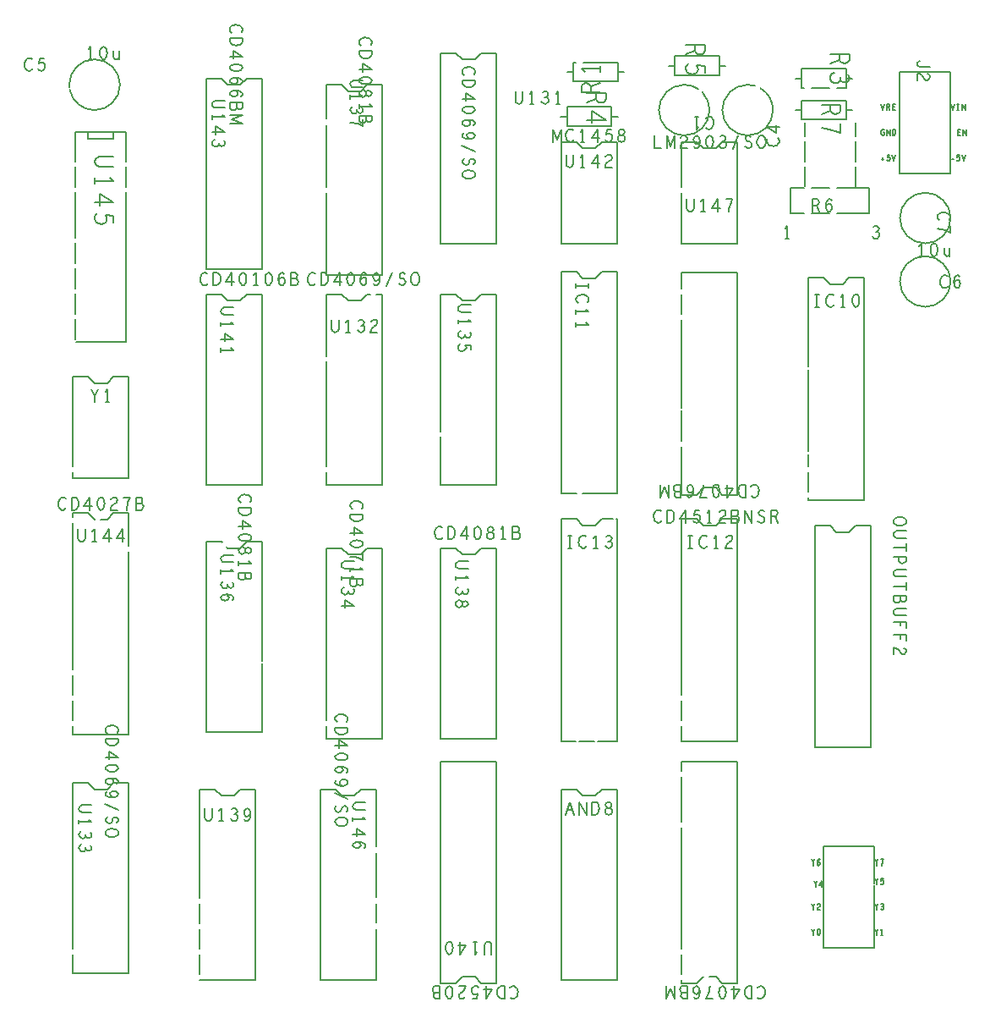
<source format=gto>
G04 ================== begin FILE IDENTIFICATION RECORD ==================*
G04 Layout Name:  adc2.brd*
G04 Film Name:    TOP_SILKSCREEN*
G04 File Format:  Gerber RS274X*
G04 File Origin:  Cadence Allegro -unreleased*
G04 Origin Date:  Sun Sep 19 23:40:03 2021*
G04 *
G04 Layer:  MANUFACTURING/AUTOSILK_TOP*
G04 *
G04 Offset:    (0.00 0.00)*
G04 Mirror:    No*
G04 Mode:      Positive*
G04 Rotation:  0*
G04 FullContactRelief:  No*
G04 UndefLineWidth:     7.00*
G04 ================== end FILE IDENTIFICATION RECORD ====================*
%FSLAX25Y25*MOIN*%
%IR0*IPPOS*OFA0.00000B0.00000*MIA0B0*SFA1.00000B1.00000*%
%ADD10C,.007*%
%ADD11C,.008*%
G75*
%LPD*%
G75*
G54D10*
G01X31500Y97500D02*
Y32361D01*
G01Y30039D02*
Y22500D01*
X53500D01*
Y97500D01*
X47500D01*
X45000Y95000D01*
X40000D01*
X37500Y97500D01*
X31500D01*
G01X38833Y88710D02*
X35250D01*
X34500Y88457D01*
X34000Y87950D01*
X33833Y87317D01*
X34000Y86684D01*
X34500Y86177D01*
X35250Y85924D01*
X38833D01*
G01X33833Y82217D02*
X38833D01*
X37833Y82977D01*
G01X33833D02*
Y81457D01*
G01X34833Y78510D02*
X34250Y78130D01*
X33916Y77624D01*
X33833Y77054D01*
X33916Y76547D01*
X34333Y76040D01*
X34833Y75724D01*
X35333Y75660D01*
X35916Y75787D01*
X36333Y76230D01*
X36500Y76674D01*
Y77244D01*
G01Y76674D02*
X36750Y76294D01*
X37166Y75977D01*
X37666Y75850D01*
X38166Y75977D01*
X38583Y76294D01*
X38833Y76864D01*
X38750Y77434D01*
X38416Y78004D01*
G01X34833Y73410D02*
X34250Y73030D01*
X33916Y72524D01*
X33833Y71954D01*
X33916Y71447D01*
X34333Y70940D01*
X34833Y70624D01*
X35333Y70560D01*
X35916Y70687D01*
X36333Y71130D01*
X36500Y71574D01*
Y72144D01*
G01Y71574D02*
X36750Y71194D01*
X37166Y70877D01*
X37666Y70750D01*
X38166Y70877D01*
X38583Y71194D01*
X38833Y71764D01*
X38750Y72334D01*
X38416Y72904D01*
G01X53500Y188577D02*
Y116500D01*
X31500D01*
Y120039D01*
G01Y122361D02*
Y130039D01*
G01Y132361D02*
Y140039D01*
G01Y142361D02*
Y200039D01*
G01X28593Y209583D02*
X28213Y209833D01*
X27770Y210000D01*
X27263D01*
X26693Y209750D01*
X26250Y209333D01*
X25933Y208833D01*
X25680Y208000D01*
X25617Y207250D01*
X25743Y206500D01*
X25933Y206000D01*
X26313Y205500D01*
X26757Y205167D01*
X27200Y205000D01*
X27643D01*
X28087Y205167D01*
X28467Y205417D01*
X28783Y205750D01*
G01X30907Y205000D02*
Y210000D01*
X32173D01*
X32680Y209750D01*
X33060Y209417D01*
X33377Y208917D01*
X33630Y208333D01*
X33693Y207500D01*
X33630Y206667D01*
X33377Y206083D01*
X33060Y205583D01*
X32680Y205250D01*
X32173Y205000D01*
X30907D01*
G01X38160D02*
Y210000D01*
X35817Y206417D01*
X38983D01*
G01X42500Y210000D02*
X41993Y209833D01*
X41613Y209417D01*
X41360Y208917D01*
X41170Y208250D01*
X41107Y207500D01*
X41170Y206750D01*
X41360Y206083D01*
X41613Y205583D01*
X41993Y205167D01*
X42500Y205000D01*
X43007Y205167D01*
X43387Y205583D01*
X43640Y206083D01*
X43830Y206750D01*
X43893Y207500D01*
X43830Y208250D01*
X43640Y208917D01*
X43387Y209417D01*
X43007Y209833D01*
X42500Y210000D01*
G01X46397Y209167D02*
X46777Y209667D01*
X47220Y209917D01*
X47727Y210000D01*
X48360Y209833D01*
X48803Y209417D01*
X48930Y208917D01*
X48867Y208417D01*
X48613Y208000D01*
X47347Y207167D01*
X46777Y206583D01*
X46397Y205750D01*
X46270Y205000D01*
X48930D01*
G01X52573D02*
X52700Y206083D01*
X52890Y207000D01*
X53143Y207833D01*
X53460Y208750D01*
X53967Y210000D01*
X51433D01*
G01X58307Y207667D02*
X58560Y207917D01*
X58750Y208333D01*
X58877Y208917D01*
X58750Y209417D01*
X58497Y209750D01*
X58053Y210000D01*
X56343D01*
Y205000D01*
X58433D01*
X58877Y205333D01*
X59130Y205833D01*
X59257Y206417D01*
X59130Y207000D01*
X58750Y207500D01*
X58307Y207667D01*
X56343D01*
G01X33457Y197500D02*
Y193917D01*
X33710Y193167D01*
X34217Y192667D01*
X34850Y192500D01*
X35483Y192667D01*
X35990Y193167D01*
X36243Y193917D01*
Y197500D01*
G01X39950Y192500D02*
Y197500D01*
X39190Y196500D01*
G01Y192500D02*
X40710D01*
G01X45810D02*
Y197500D01*
X43467Y193917D01*
X46633D01*
G01X50910Y192500D02*
Y197500D01*
X48567Y193917D01*
X51733D01*
G01X31500Y204000D02*
X37500D01*
X40000Y201250D01*
X40002D01*
G01X31500Y202361D02*
Y204000D01*
G01Y257500D02*
X37500D01*
X40000Y255000D01*
X45000D01*
X47500Y257500D01*
X53500D01*
Y217500D01*
X31500D01*
Y220039D01*
G01X39950Y247500D02*
Y249750D01*
X38683Y252500D01*
G01X41217D02*
X39950Y249750D01*
G01X45050Y247500D02*
Y252500D01*
X44290Y251500D01*
G01Y247500D02*
X45810D01*
G01X31500Y222361D02*
Y257500D01*
G01X47500Y344253D02*
X42125D01*
X41000Y343880D01*
X40250Y343133D01*
X40000Y342200D01*
X40250Y341267D01*
X41000Y340520D01*
X42125Y340147D01*
X47500D01*
G01X40000Y334700D02*
X47500D01*
X46000Y335820D01*
G01X40000D02*
Y333580D01*
G01Y326080D02*
X47500D01*
X42125Y329533D01*
Y324867D01*
G01X41125Y321753D02*
X40500Y321193D01*
X40125Y320540D01*
X40000Y319700D01*
X40250Y318860D01*
X40750Y318207D01*
X41625Y317740D01*
X42625Y317647D01*
X43625Y317833D01*
X44250Y318300D01*
X44750Y318953D01*
X44875Y319607D01*
X44750Y320260D01*
X44250Y321100D01*
X47500Y320820D01*
Y318300D01*
G01X30192Y370550D02*
G03X40000Y362500I9808J1950D01*
G01X38400Y382500D02*
Y387500D01*
X37640Y386500D01*
G01Y382500D02*
X39160D01*
G01X43500Y387500D02*
X42993Y387333D01*
X42613Y386917D01*
X42360Y386417D01*
X42170Y385750D01*
X42107Y385000D01*
X42170Y384250D01*
X42360Y383583D01*
X42613Y383083D01*
X42993Y382667D01*
X43500Y382500D01*
X44007Y382667D01*
X44387Y383083D01*
X44640Y383583D01*
X44830Y384250D01*
X44893Y385000D01*
X44830Y385750D01*
X44640Y386417D01*
X44387Y386917D01*
X44007Y387333D01*
X43500Y387500D01*
G01X47523Y385833D02*
Y383500D01*
X47777Y382917D01*
X48157Y382583D01*
X48600Y382500D01*
X49043Y382583D01*
X49423Y382917D01*
X49677Y383500D01*
G01Y382500D02*
Y385833D01*
G01X15343Y382583D02*
X14963Y382833D01*
X14520Y383000D01*
X14013D01*
X13443Y382750D01*
X13000Y382333D01*
X12683Y381833D01*
X12430Y381000D01*
X12367Y380250D01*
X12493Y379500D01*
X12683Y379000D01*
X13063Y378500D01*
X13507Y378167D01*
X13950Y378000D01*
X14393D01*
X14837Y378167D01*
X15217Y378417D01*
X15533Y378750D01*
G01X17657D02*
X18037Y378333D01*
X18480Y378083D01*
X19050Y378000D01*
X19620Y378167D01*
X20063Y378500D01*
X20380Y379083D01*
X20443Y379750D01*
X20317Y380417D01*
X20000Y380833D01*
X19557Y381167D01*
X19113Y381250D01*
X18670Y381167D01*
X18100Y380833D01*
X18290Y383000D01*
X20000D01*
G01X40000Y382500D02*
G03X30000Y372500I0J-10000D01*
G01D02*
G03X30047Y371531I10000J-1D01*
G01X48916Y117174D02*
X49166Y117554D01*
X49333Y117997D01*
Y118504D01*
X49083Y119074D01*
X48666Y119517D01*
X48166Y119834D01*
X47333Y120087D01*
X46583Y120150D01*
X45833Y120024D01*
X45333Y119834D01*
X44833Y119454D01*
X44500Y119010D01*
X44333Y118567D01*
Y118124D01*
X44500Y117680D01*
X44750Y117300D01*
X45083Y116984D01*
G01X44333Y114860D02*
X49333D01*
Y113594D01*
X49083Y113087D01*
X48750Y112707D01*
X48250Y112390D01*
X47666Y112137D01*
X46833Y112074D01*
X46000Y112137D01*
X45416Y112390D01*
X44916Y112707D01*
X44583Y113087D01*
X44333Y113594D01*
Y114860D01*
G01Y107607D02*
X49333D01*
X45750Y109950D01*
Y106784D01*
G01X49333Y103267D02*
X49166Y103774D01*
X48750Y104154D01*
X48250Y104407D01*
X47583Y104597D01*
X46833Y104660D01*
X46083Y104597D01*
X45416Y104407D01*
X44916Y104154D01*
X44500Y103774D01*
X44333Y103267D01*
X44500Y102760D01*
X44916Y102380D01*
X45416Y102127D01*
X46083Y101937D01*
X46833Y101874D01*
X47583Y101937D01*
X48250Y102127D01*
X48750Y102380D01*
X49166Y102760D01*
X49333Y103267D01*
G01X46416Y99370D02*
X47000Y98927D01*
X47333Y98547D01*
X47500Y98040D01*
X47333Y97597D01*
X47000Y97280D01*
X46500Y97027D01*
X45916Y96964D01*
X45416Y97027D01*
X44916Y97280D01*
X44500Y97660D01*
X44333Y98104D01*
X44500Y98610D01*
X45000Y99054D01*
X45750Y99307D01*
X46583Y99370D01*
X47666Y99244D01*
X48250Y99054D01*
X48833Y98737D01*
X49250Y98294D01*
X49333Y97850D01*
X49166Y97407D01*
X48750Y97090D01*
G01X44916Y94144D02*
X44500Y93700D01*
X44333Y93194D01*
X44500Y92687D01*
X45000Y92244D01*
X45750Y91927D01*
X46500Y91800D01*
X47416D01*
X48166Y91927D01*
X48833Y92244D01*
X49166Y92624D01*
X49333Y93067D01*
X49166Y93574D01*
X48833Y93954D01*
X48333Y94207D01*
X47666Y94334D01*
X47083Y94207D01*
X46500Y93890D01*
X46166Y93510D01*
X46083Y93067D01*
X46250Y92560D01*
X46666Y92180D01*
X47416Y91800D01*
G01X44166Y89107D02*
X49333Y86827D01*
G01X45000Y84197D02*
X44583Y83690D01*
X44333Y83120D01*
Y82614D01*
X44583Y82107D01*
X45000Y81727D01*
X45583Y81537D01*
X46166Y81664D01*
X46666Y81980D01*
X47000Y82550D01*
X47166Y83310D01*
X47500Y83754D01*
X48083Y83944D01*
X48666Y83817D01*
X49083Y83500D01*
X49333Y83057D01*
Y82614D01*
X49166Y82170D01*
X48750Y81790D01*
G01X44333Y77767D02*
X44416Y78274D01*
X44750Y78717D01*
X45250Y79097D01*
X45833Y79350D01*
X46500Y79477D01*
X47166D01*
X47833Y79350D01*
X48416Y79097D01*
X48916Y78717D01*
X49250Y78274D01*
X49333Y77767D01*
X49250Y77260D01*
X48916Y76817D01*
X48416Y76437D01*
X47833Y76184D01*
X47166Y76057D01*
X46500D01*
X45833Y76184D01*
X45250Y76437D01*
X44750Y76817D01*
X44416Y77260D01*
X44333Y77767D01*
G01X42398Y201250D02*
X45000D01*
X47500Y204000D01*
X53500D01*
Y190923D01*
G01X40000Y362500D02*
G03X50000Y372500I0J10000D01*
G01D02*
G03X40000Y382500I-10000J0D01*
G01X81500Y40039D02*
Y32361D01*
G01Y30039D02*
Y22361D01*
G01Y20039D02*
Y20000D01*
X103500D01*
Y95000D01*
X97500D01*
X95000Y92500D01*
X90000D01*
X87500Y95000D01*
X81500D01*
G01D02*
Y52361D01*
G01Y50039D02*
Y42361D01*
G01X83457Y87500D02*
Y83917D01*
X83710Y83167D01*
X84217Y82667D01*
X84850Y82500D01*
X85483Y82667D01*
X85990Y83167D01*
X86243Y83917D01*
Y87500D01*
G01X89950Y82500D02*
Y87500D01*
X89190Y86500D01*
G01Y82500D02*
X90710D01*
G01X93657Y83500D02*
X94037Y82917D01*
X94543Y82583D01*
X95113Y82500D01*
X95620Y82583D01*
X96127Y83000D01*
X96443Y83500D01*
X96507Y84000D01*
X96380Y84583D01*
X95937Y85000D01*
X95493Y85167D01*
X94923D01*
G01X95493D02*
X95873Y85417D01*
X96190Y85833D01*
X96317Y86333D01*
X96190Y86833D01*
X95873Y87250D01*
X95303Y87500D01*
X94733Y87417D01*
X94163Y87083D01*
G01X99073Y83083D02*
X99517Y82667D01*
X100023Y82500D01*
X100530Y82667D01*
X100973Y83167D01*
X101290Y83917D01*
X101417Y84667D01*
Y85583D01*
X101290Y86333D01*
X100973Y87000D01*
X100593Y87333D01*
X100150Y87500D01*
X99643Y87333D01*
X99263Y87000D01*
X99010Y86500D01*
X98883Y85833D01*
X99010Y85250D01*
X99327Y84667D01*
X99707Y84333D01*
X100150Y84250D01*
X100657Y84417D01*
X101037Y84833D01*
X101417Y85583D01*
G01X84000Y192500D02*
Y117500D01*
X106000D01*
Y144584D01*
G01X101416Y208074D02*
X101666Y208454D01*
X101833Y208897D01*
Y209404D01*
X101583Y209974D01*
X101166Y210417D01*
X100666Y210734D01*
X99833Y210987D01*
X99083Y211050D01*
X98333Y210924D01*
X97833Y210734D01*
X97333Y210354D01*
X97000Y209910D01*
X96833Y209467D01*
Y209024D01*
X97000Y208580D01*
X97250Y208200D01*
X97583Y207884D01*
G01X96833Y205760D02*
X101833D01*
Y204494D01*
X101583Y203987D01*
X101250Y203607D01*
X100750Y203290D01*
X100166Y203037D01*
X99333Y202974D01*
X98500Y203037D01*
X97916Y203290D01*
X97416Y203607D01*
X97083Y203987D01*
X96833Y204494D01*
Y205760D01*
G01Y198507D02*
X101833D01*
X98250Y200850D01*
Y197684D01*
G01X101833Y194167D02*
X101666Y194674D01*
X101250Y195054D01*
X100750Y195307D01*
X100083Y195497D01*
X99333Y195560D01*
X98583Y195497D01*
X97916Y195307D01*
X97416Y195054D01*
X97000Y194674D01*
X96833Y194167D01*
X97000Y193660D01*
X97416Y193280D01*
X97916Y193027D01*
X98583Y192837D01*
X99333Y192774D01*
X100083Y192837D01*
X100750Y193027D01*
X101250Y193280D01*
X101666Y193660D01*
X101833Y194167D01*
G01X96833Y189067D02*
X96916Y188624D01*
X97166Y188117D01*
X97583Y187800D01*
X98166Y187674D01*
X98750Y187800D01*
X99250Y188180D01*
X99500Y188750D01*
Y189384D01*
X99666Y189764D01*
X100083Y190080D01*
X100666Y190207D01*
X101250Y190017D01*
X101666Y189574D01*
X101833Y189067D01*
X101666Y188560D01*
X101250Y188117D01*
X100666Y187927D01*
X100083Y188054D01*
X99666Y188370D01*
X99500Y188750D01*
Y189384D01*
X99250Y189954D01*
X98750Y190334D01*
X98166Y190460D01*
X97583Y190334D01*
X97166Y190017D01*
X96916Y189510D01*
X96833Y189067D01*
G01Y183967D02*
X101833D01*
X100833Y184727D01*
G01X96833D02*
Y183207D01*
G01X99500Y178360D02*
X99750Y178107D01*
X100166Y177917D01*
X100750Y177790D01*
X101250Y177917D01*
X101583Y178170D01*
X101833Y178614D01*
Y180324D01*
X96833D01*
Y178234D01*
X97166Y177790D01*
X97666Y177537D01*
X98250Y177410D01*
X98833Y177537D01*
X99333Y177917D01*
X99500Y178360D01*
Y180324D01*
G01X94833Y187210D02*
X91250D01*
X90500Y186957D01*
X90000Y186450D01*
X89833Y185817D01*
X90000Y185184D01*
X90500Y184677D01*
X91250Y184424D01*
X94833D01*
G01X89833Y180717D02*
X94833D01*
X93833Y181477D01*
G01X89833D02*
Y179957D01*
G01X90833Y177010D02*
X90250Y176630D01*
X89916Y176124D01*
X89833Y175554D01*
X89916Y175047D01*
X90333Y174540D01*
X90833Y174224D01*
X91333Y174160D01*
X91916Y174287D01*
X92333Y174730D01*
X92500Y175174D01*
Y175744D01*
G01Y175174D02*
X92750Y174794D01*
X93166Y174477D01*
X93666Y174350D01*
X94166Y174477D01*
X94583Y174794D01*
X94833Y175364D01*
X94750Y175934D01*
X94416Y176504D01*
G01X91916Y171720D02*
X92500Y171277D01*
X92833Y170897D01*
X93000Y170390D01*
X92833Y169947D01*
X92500Y169630D01*
X92000Y169377D01*
X91416Y169314D01*
X90916Y169377D01*
X90416Y169630D01*
X90000Y170010D01*
X89833Y170454D01*
X90000Y170960D01*
X90500Y171404D01*
X91250Y171657D01*
X92083Y171720D01*
X93166Y171594D01*
X93750Y171404D01*
X94333Y171087D01*
X94750Y170644D01*
X94833Y170200D01*
X94666Y169757D01*
X94250Y169440D01*
G01X84000Y290000D02*
Y215000D01*
X106000D01*
Y290000D01*
X100000D01*
X97500Y287500D01*
X92500D01*
X90000Y290000D01*
X84000D01*
G01X106000Y145416D02*
Y192500D01*
X100000D01*
X97500Y190000D01*
X92500D01*
X92097Y190403D01*
G01X90403Y192097D02*
X90000Y192500D01*
X84000D01*
G01X94833Y284710D02*
X91250D01*
X90500Y284457D01*
X90000Y283950D01*
X89833Y283317D01*
X90000Y282684D01*
X90500Y282177D01*
X91250Y281924D01*
X94833D01*
G01X89833Y278217D02*
X94833D01*
X93833Y278977D01*
G01X89833D02*
Y277457D01*
G01Y272357D02*
X94833D01*
X91250Y274700D01*
Y271534D01*
G01X89833Y268017D02*
X94833D01*
X93833Y268777D01*
G01X89833D02*
Y267257D01*
G01X84543Y298083D02*
X84163Y298333D01*
X83720Y298500D01*
X83213D01*
X82643Y298250D01*
X82200Y297833D01*
X81883Y297333D01*
X81630Y296500D01*
X81567Y295750D01*
X81693Y295000D01*
X81883Y294500D01*
X82263Y294000D01*
X82707Y293667D01*
X83150Y293500D01*
X83593D01*
X84037Y293667D01*
X84417Y293917D01*
X84733Y294250D01*
G01X86857Y293500D02*
Y298500D01*
X88123D01*
X88630Y298250D01*
X89010Y297917D01*
X89327Y297417D01*
X89580Y296833D01*
X89643Y296000D01*
X89580Y295167D01*
X89327Y294583D01*
X89010Y294083D01*
X88630Y293750D01*
X88123Y293500D01*
X86857D01*
G01X94110D02*
Y298500D01*
X91767Y294917D01*
X94933D01*
G01X98450Y298500D02*
X97943Y298333D01*
X97563Y297917D01*
X97310Y297417D01*
X97120Y296750D01*
X97057Y296000D01*
X97120Y295250D01*
X97310Y294583D01*
X97563Y294083D01*
X97943Y293667D01*
X98450Y293500D01*
X98957Y293667D01*
X99337Y294083D01*
X99590Y294583D01*
X99780Y295250D01*
X99843Y296000D01*
X99780Y296750D01*
X99590Y297417D01*
X99337Y297917D01*
X98957Y298333D01*
X98450Y298500D01*
G01X103550Y293500D02*
Y298500D01*
X102790Y297500D01*
G01Y293500D02*
X104310D01*
G01X108650Y298500D02*
X108143Y298333D01*
X107763Y297917D01*
X107510Y297417D01*
X107320Y296750D01*
X107257Y296000D01*
X107320Y295250D01*
X107510Y294583D01*
X107763Y294083D01*
X108143Y293667D01*
X108650Y293500D01*
X109157Y293667D01*
X109537Y294083D01*
X109790Y294583D01*
X109980Y295250D01*
X110043Y296000D01*
X109980Y296750D01*
X109790Y297417D01*
X109537Y297917D01*
X109157Y298333D01*
X108650Y298500D01*
G01X112547Y295583D02*
X112990Y296167D01*
X113370Y296500D01*
X113877Y296667D01*
X114320Y296500D01*
X114637Y296167D01*
X114890Y295667D01*
X114953Y295083D01*
X114890Y294583D01*
X114637Y294083D01*
X114257Y293667D01*
X113813Y293500D01*
X113307Y293667D01*
X112863Y294167D01*
X112610Y294917D01*
X112547Y295750D01*
X112673Y296833D01*
X112863Y297417D01*
X113180Y298000D01*
X113623Y298417D01*
X114067Y298500D01*
X114510Y298333D01*
X114827Y297917D01*
G01X119357Y296167D02*
X119610Y296417D01*
X119800Y296833D01*
X119927Y297417D01*
X119800Y297917D01*
X119547Y298250D01*
X119103Y298500D01*
X117393D01*
Y293500D01*
X119483D01*
X119927Y293833D01*
X120180Y294333D01*
X120307Y294917D01*
X120180Y295500D01*
X119800Y296000D01*
X119357Y296167D01*
X117393D01*
G01X84000Y375000D02*
Y300000D01*
X106000D01*
Y375000D01*
X100000D01*
X97500Y372500D01*
X92500D01*
X90000Y375000D01*
X84000D01*
G01X97916Y393124D02*
X98166Y393504D01*
X98333Y393947D01*
Y394454D01*
X98083Y395024D01*
X97666Y395467D01*
X97166Y395784D01*
X96333Y396037D01*
X95583Y396100D01*
X94833Y395974D01*
X94333Y395784D01*
X93833Y395404D01*
X93500Y394960D01*
X93333Y394517D01*
Y394074D01*
X93500Y393630D01*
X93750Y393250D01*
X94083Y392934D01*
G01X93333Y390810D02*
X98333D01*
Y389544D01*
X98083Y389037D01*
X97750Y388657D01*
X97250Y388340D01*
X96666Y388087D01*
X95833Y388024D01*
X95000Y388087D01*
X94416Y388340D01*
X93916Y388657D01*
X93583Y389037D01*
X93333Y389544D01*
Y390810D01*
G01Y383557D02*
X98333D01*
X94750Y385900D01*
Y382734D01*
G01X98333Y379217D02*
X98166Y379724D01*
X97750Y380104D01*
X97250Y380357D01*
X96583Y380547D01*
X95833Y380610D01*
X95083Y380547D01*
X94416Y380357D01*
X93916Y380104D01*
X93500Y379724D01*
X93333Y379217D01*
X93500Y378710D01*
X93916Y378330D01*
X94416Y378077D01*
X95083Y377887D01*
X95833Y377824D01*
X96583Y377887D01*
X97250Y378077D01*
X97750Y378330D01*
X98166Y378710D01*
X98333Y379217D01*
G01X95416Y375320D02*
X96000Y374877D01*
X96333Y374497D01*
X96500Y373990D01*
X96333Y373547D01*
X96000Y373230D01*
X95500Y372977D01*
X94916Y372914D01*
X94416Y372977D01*
X93916Y373230D01*
X93500Y373610D01*
X93333Y374054D01*
X93500Y374560D01*
X94000Y375004D01*
X94750Y375257D01*
X95583Y375320D01*
X96666Y375194D01*
X97250Y375004D01*
X97833Y374687D01*
X98250Y374244D01*
X98333Y373800D01*
X98166Y373357D01*
X97750Y373040D01*
G01X95416Y370220D02*
X96000Y369777D01*
X96333Y369397D01*
X96500Y368890D01*
X96333Y368447D01*
X96000Y368130D01*
X95500Y367877D01*
X94916Y367814D01*
X94416Y367877D01*
X93916Y368130D01*
X93500Y368510D01*
X93333Y368954D01*
X93500Y369460D01*
X94000Y369904D01*
X94750Y370157D01*
X95583Y370220D01*
X96666Y370094D01*
X97250Y369904D01*
X97833Y369587D01*
X98250Y369144D01*
X98333Y368700D01*
X98166Y368257D01*
X97750Y367940D01*
G01X96000Y363410D02*
X96250Y363157D01*
X96666Y362967D01*
X97250Y362840D01*
X97750Y362967D01*
X98083Y363220D01*
X98333Y363664D01*
Y365374D01*
X93333D01*
Y363284D01*
X93666Y362840D01*
X94166Y362587D01*
X94750Y362460D01*
X95333Y362587D01*
X95833Y362967D01*
X96000Y363410D01*
Y365374D01*
G01X93333Y360464D02*
X98333D01*
X94166Y358817D01*
X98333Y357170D01*
X93333D01*
G01X91333Y366210D02*
X87750D01*
X87000Y365957D01*
X86500Y365450D01*
X86333Y364817D01*
X86500Y364184D01*
X87000Y363677D01*
X87750Y363424D01*
X91333D01*
G01X86333Y359717D02*
X91333D01*
X90333Y360477D01*
G01X86333D02*
Y358957D01*
G01Y353857D02*
X91333D01*
X87750Y356200D01*
Y353034D01*
G01X87333Y350910D02*
X86750Y350530D01*
X86416Y350024D01*
X86333Y349454D01*
X86416Y348947D01*
X86833Y348440D01*
X87333Y348124D01*
X87833Y348060D01*
X88416Y348187D01*
X88833Y348630D01*
X89000Y349074D01*
Y349644D01*
G01Y349074D02*
X89250Y348694D01*
X89666Y348377D01*
X90166Y348250D01*
X90666Y348377D01*
X91083Y348694D01*
X91333Y349264D01*
X91250Y349834D01*
X90916Y350404D01*
G01X129000Y95000D02*
Y20000D01*
X151000D01*
Y40017D01*
G01Y72383D02*
Y95000D01*
X145000D01*
X142500Y92500D01*
X137500D01*
X135000Y95000D01*
X129000D01*
G01X126993Y298083D02*
X126613Y298333D01*
X126170Y298500D01*
X125663D01*
X125093Y298250D01*
X124650Y297833D01*
X124333Y297333D01*
X124080Y296500D01*
X124017Y295750D01*
X124143Y295000D01*
X124333Y294500D01*
X124713Y294000D01*
X125157Y293667D01*
X125600Y293500D01*
X126043D01*
X126487Y293667D01*
X126867Y293917D01*
X127183Y294250D01*
G01X129307Y293500D02*
Y298500D01*
X130573D01*
X131080Y298250D01*
X131460Y297917D01*
X131777Y297417D01*
X132030Y296833D01*
X132093Y296000D01*
X132030Y295167D01*
X131777Y294583D01*
X131460Y294083D01*
X131080Y293750D01*
X130573Y293500D01*
X129307D01*
G01X136560D02*
Y298500D01*
X134217Y294917D01*
X137383D01*
G01X140900Y298500D02*
X140393Y298333D01*
X140013Y297917D01*
X139760Y297417D01*
X139570Y296750D01*
X139507Y296000D01*
X139570Y295250D01*
X139760Y294583D01*
X140013Y294083D01*
X140393Y293667D01*
X140900Y293500D01*
X141407Y293667D01*
X141787Y294083D01*
X142040Y294583D01*
X142230Y295250D01*
X142293Y296000D01*
X142230Y296750D01*
X142040Y297417D01*
X141787Y297917D01*
X141407Y298333D01*
X140900Y298500D01*
G01X144797Y295583D02*
X145240Y296167D01*
X145620Y296500D01*
X146127Y296667D01*
X146570Y296500D01*
X146887Y296167D01*
X147140Y295667D01*
X147203Y295083D01*
X147140Y294583D01*
X146887Y294083D01*
X146507Y293667D01*
X146063Y293500D01*
X145557Y293667D01*
X145113Y294167D01*
X144860Y294917D01*
X144797Y295750D01*
X144923Y296833D01*
X145113Y297417D01*
X145430Y298000D01*
X145873Y298417D01*
X146317Y298500D01*
X146760Y298333D01*
X147077Y297917D01*
G01X150023Y294083D02*
X150467Y293667D01*
X150973Y293500D01*
X151480Y293667D01*
X151923Y294167D01*
X152240Y294917D01*
X152367Y295667D01*
Y296583D01*
X152240Y297333D01*
X151923Y298000D01*
X151543Y298333D01*
X151100Y298500D01*
X150593Y298333D01*
X150213Y298000D01*
X149960Y297500D01*
X149833Y296833D01*
X149960Y296250D01*
X150277Y295667D01*
X150657Y295333D01*
X151100Y295250D01*
X151607Y295417D01*
X151987Y295833D01*
X152367Y296583D01*
G01X155060Y293333D02*
X157340Y298500D01*
G01X159970Y294167D02*
X160477Y293750D01*
X161047Y293500D01*
X161553D01*
X162060Y293750D01*
X162440Y294167D01*
X162630Y294750D01*
X162503Y295333D01*
X162187Y295833D01*
X161617Y296167D01*
X160857Y296333D01*
X160413Y296667D01*
X160223Y297250D01*
X160350Y297833D01*
X160667Y298250D01*
X161110Y298500D01*
X161553D01*
X161997Y298333D01*
X162377Y297917D01*
G01X166400Y293500D02*
X165893Y293583D01*
X165450Y293917D01*
X165070Y294417D01*
X164817Y295000D01*
X164690Y295667D01*
Y296333D01*
X164817Y297000D01*
X165070Y297583D01*
X165450Y298083D01*
X165893Y298417D01*
X166400Y298500D01*
X166907Y298417D01*
X167350Y298083D01*
X167730Y297583D01*
X167983Y297000D01*
X168110Y296333D01*
Y295667D01*
X167983Y295000D01*
X167730Y294417D01*
X167350Y293917D01*
X166907Y293583D01*
X166400Y293500D01*
G01X151000Y42383D02*
Y50017D01*
G01Y52383D02*
Y70017D01*
G01X139416Y121674D02*
X139666Y122054D01*
X139833Y122497D01*
Y123004D01*
X139583Y123574D01*
X139166Y124017D01*
X138666Y124334D01*
X137833Y124587D01*
X137083Y124650D01*
X136333Y124524D01*
X135833Y124334D01*
X135333Y123954D01*
X135000Y123510D01*
X134833Y123067D01*
Y122624D01*
X135000Y122180D01*
X135250Y121800D01*
X135583Y121484D01*
G01X134833Y119360D02*
X139833D01*
Y118094D01*
X139583Y117587D01*
X139250Y117207D01*
X138750Y116890D01*
X138166Y116637D01*
X137333Y116574D01*
X136500Y116637D01*
X135916Y116890D01*
X135416Y117207D01*
X135083Y117587D01*
X134833Y118094D01*
Y119360D01*
G01Y112107D02*
X139833D01*
X136250Y114450D01*
Y111284D01*
G01X139833Y107767D02*
X139666Y108274D01*
X139250Y108654D01*
X138750Y108907D01*
X138083Y109097D01*
X137333Y109160D01*
X136583Y109097D01*
X135916Y108907D01*
X135416Y108654D01*
X135000Y108274D01*
X134833Y107767D01*
X135000Y107260D01*
X135416Y106880D01*
X135916Y106627D01*
X136583Y106437D01*
X137333Y106374D01*
X138083Y106437D01*
X138750Y106627D01*
X139250Y106880D01*
X139666Y107260D01*
X139833Y107767D01*
G01X136916Y103870D02*
X137500Y103427D01*
X137833Y103047D01*
X138000Y102540D01*
X137833Y102097D01*
X137500Y101780D01*
X137000Y101527D01*
X136416Y101464D01*
X135916Y101527D01*
X135416Y101780D01*
X135000Y102160D01*
X134833Y102604D01*
X135000Y103110D01*
X135500Y103554D01*
X136250Y103807D01*
X137083Y103870D01*
X138166Y103744D01*
X138750Y103554D01*
X139333Y103237D01*
X139750Y102794D01*
X139833Y102350D01*
X139666Y101907D01*
X139250Y101590D01*
G01X135416Y98644D02*
X135000Y98200D01*
X134833Y97694D01*
X135000Y97187D01*
X135500Y96744D01*
X136250Y96427D01*
X137000Y96300D01*
X137916D01*
X138666Y96427D01*
X139333Y96744D01*
X139666Y97124D01*
X139833Y97567D01*
X139666Y98074D01*
X139333Y98454D01*
X138833Y98707D01*
X138166Y98834D01*
X137583Y98707D01*
X137000Y98390D01*
X136666Y98010D01*
X136583Y97567D01*
X136750Y97060D01*
X137166Y96680D01*
X137916Y96300D01*
G01X134666Y93607D02*
X139833Y91327D01*
G01X135500Y88697D02*
X135083Y88190D01*
X134833Y87620D01*
Y87114D01*
X135083Y86607D01*
X135500Y86227D01*
X136083Y86037D01*
X136666Y86164D01*
X137166Y86480D01*
X137500Y87050D01*
X137666Y87810D01*
X138000Y88254D01*
X138583Y88444D01*
X139166Y88317D01*
X139583Y88000D01*
X139833Y87557D01*
Y87114D01*
X139666Y86670D01*
X139250Y86290D01*
G01X134833Y82267D02*
X134916Y82774D01*
X135250Y83217D01*
X135750Y83597D01*
X136333Y83850D01*
X137000Y83977D01*
X137666D01*
X138333Y83850D01*
X138916Y83597D01*
X139416Y83217D01*
X139750Y82774D01*
X139833Y82267D01*
X139750Y81760D01*
X139416Y81317D01*
X138916Y80937D01*
X138333Y80684D01*
X137666Y80557D01*
X137000D01*
X136333Y80684D01*
X135750Y80937D01*
X135250Y81317D01*
X134916Y81760D01*
X134833Y82267D01*
G01X146833Y89710D02*
X143250D01*
X142500Y89457D01*
X142000Y88950D01*
X141833Y88317D01*
X142000Y87684D01*
X142500Y87177D01*
X143250Y86924D01*
X146833D01*
G01X141833Y83217D02*
X146833D01*
X145833Y83977D01*
G01X141833D02*
Y82457D01*
G01Y77357D02*
X146833D01*
X143250Y79700D01*
Y76534D01*
G01X143916Y74220D02*
X144500Y73777D01*
X144833Y73397D01*
X145000Y72890D01*
X144833Y72447D01*
X144500Y72130D01*
X144000Y71877D01*
X143416Y71814D01*
X142916Y71877D01*
X142416Y72130D01*
X142000Y72510D01*
X141833Y72954D01*
X142000Y73460D01*
X142500Y73904D01*
X143250Y74157D01*
X144083Y74220D01*
X145166Y74094D01*
X145750Y73904D01*
X146333Y73587D01*
X146750Y73144D01*
X146833Y72700D01*
X146666Y72257D01*
X146250Y71940D01*
G01X131500Y190000D02*
Y122361D01*
G01Y120039D02*
Y115000D01*
X153500D01*
Y190000D01*
X147500D01*
X145000Y187500D01*
X140000D01*
X137500Y190000D01*
X131500D01*
G01X145416Y205574D02*
X145666Y205954D01*
X145833Y206397D01*
Y206904D01*
X145583Y207474D01*
X145166Y207917D01*
X144666Y208234D01*
X143833Y208487D01*
X143083Y208550D01*
X142333Y208424D01*
X141833Y208234D01*
X141333Y207854D01*
X141000Y207410D01*
X140833Y206967D01*
Y206524D01*
X141000Y206080D01*
X141250Y205700D01*
X141583Y205384D01*
G01X140833Y203260D02*
X145833D01*
Y201994D01*
X145583Y201487D01*
X145250Y201107D01*
X144750Y200790D01*
X144166Y200537D01*
X143333Y200474D01*
X142500Y200537D01*
X141916Y200790D01*
X141416Y201107D01*
X141083Y201487D01*
X140833Y201994D01*
Y203260D01*
G01Y196007D02*
X145833D01*
X142250Y198350D01*
Y195184D01*
G01X145833Y191667D02*
X145666Y192174D01*
X145250Y192554D01*
X144750Y192807D01*
X144083Y192997D01*
X143333Y193060D01*
X142583Y192997D01*
X141916Y192807D01*
X141416Y192554D01*
X141000Y192174D01*
X140833Y191667D01*
X141000Y191160D01*
X141416Y190780D01*
X141916Y190527D01*
X142583Y190337D01*
X143333Y190274D01*
X144083Y190337D01*
X144750Y190527D01*
X145250Y190780D01*
X145666Y191160D01*
X145833Y191667D01*
G01X140833Y186694D02*
X141916Y186567D01*
X142833Y186377D01*
X143666Y186124D01*
X144583Y185807D01*
X145833Y185300D01*
Y187834D01*
G01X140833Y181467D02*
X145833D01*
X144833Y182227D01*
G01X140833D02*
Y180707D01*
G01X143500Y175860D02*
X143750Y175607D01*
X144166Y175417D01*
X144750Y175290D01*
X145250Y175417D01*
X145583Y175670D01*
X145833Y176114D01*
Y177824D01*
X140833D01*
Y175734D01*
X141166Y175290D01*
X141666Y175037D01*
X142250Y174910D01*
X142833Y175037D01*
X143333Y175417D01*
X143500Y175860D01*
Y177824D01*
G01X142333Y184710D02*
X138750D01*
X138000Y184457D01*
X137500Y183950D01*
X137333Y183317D01*
X137500Y182684D01*
X138000Y182177D01*
X138750Y181924D01*
X142333D01*
G01X137333Y178217D02*
X142333D01*
X141333Y178977D01*
G01X137333D02*
Y177457D01*
G01X138333Y174510D02*
X137750Y174130D01*
X137416Y173624D01*
X137333Y173054D01*
X137416Y172547D01*
X137833Y172040D01*
X138333Y171724D01*
X138833Y171660D01*
X139416Y171787D01*
X139833Y172230D01*
X140000Y172674D01*
Y173244D01*
G01Y172674D02*
X140250Y172294D01*
X140666Y171977D01*
X141166Y171850D01*
X141666Y171977D01*
X142083Y172294D01*
X142333Y172864D01*
X142250Y173434D01*
X141916Y174004D01*
G01X137333Y167257D02*
X142333D01*
X138750Y169600D01*
Y166434D01*
G01X131500Y220039D02*
Y215000D01*
X153500D01*
Y290000D01*
X151192D01*
G01X131500Y263564D02*
Y222361D01*
G01X133457Y280000D02*
Y276417D01*
X133710Y275667D01*
X134217Y275167D01*
X134850Y275000D01*
X135483Y275167D01*
X135990Y275667D01*
X136243Y276417D01*
Y280000D01*
G01X139950Y275000D02*
Y280000D01*
X139190Y279000D01*
G01Y275000D02*
X140710D01*
G01X143657Y276000D02*
X144037Y275417D01*
X144543Y275083D01*
X145113Y275000D01*
X145620Y275083D01*
X146127Y275500D01*
X146443Y276000D01*
X146507Y276500D01*
X146380Y277083D01*
X145937Y277500D01*
X145493Y277667D01*
X144923D01*
G01X145493D02*
X145873Y277917D01*
X146190Y278333D01*
X146317Y278833D01*
X146190Y279333D01*
X145873Y279750D01*
X145303Y280000D01*
X144733Y279917D01*
X144163Y279583D01*
G01X148947Y279167D02*
X149327Y279667D01*
X149770Y279917D01*
X150277Y280000D01*
X150910Y279833D01*
X151353Y279417D01*
X151480Y278917D01*
X151417Y278417D01*
X151163Y278000D01*
X149897Y277167D01*
X149327Y276583D01*
X148947Y275750D01*
X148820Y275000D01*
X151480D01*
G01X131500Y290000D02*
Y265436D01*
G01X148812Y290000D02*
X147500D01*
X145000Y287500D01*
X140000D01*
X137500Y290000D01*
X131500D01*
G01Y330039D02*
Y297500D01*
X153500D01*
Y372500D01*
X147500D01*
X145000Y370000D01*
X140000D01*
X137500Y372500D01*
X131500D01*
G01Y356702D02*
Y332361D01*
G01X148916Y388074D02*
X149166Y388454D01*
X149333Y388897D01*
Y389404D01*
X149083Y389974D01*
X148666Y390417D01*
X148166Y390734D01*
X147333Y390987D01*
X146583Y391050D01*
X145833Y390924D01*
X145333Y390734D01*
X144833Y390354D01*
X144500Y389910D01*
X144333Y389467D01*
Y389024D01*
X144500Y388580D01*
X144750Y388200D01*
X145083Y387884D01*
G01X144333Y385760D02*
X149333D01*
Y384494D01*
X149083Y383987D01*
X148750Y383607D01*
X148250Y383290D01*
X147666Y383037D01*
X146833Y382974D01*
X146000Y383037D01*
X145416Y383290D01*
X144916Y383607D01*
X144583Y383987D01*
X144333Y384494D01*
Y385760D01*
G01Y378507D02*
X149333D01*
X145750Y380850D01*
Y377684D01*
G01X149333Y374167D02*
X149166Y374674D01*
X148750Y375054D01*
X148250Y375307D01*
X147583Y375497D01*
X146833Y375560D01*
X146083Y375497D01*
X145416Y375307D01*
X144916Y375054D01*
X144500Y374674D01*
X144333Y374167D01*
X144500Y373660D01*
X144916Y373280D01*
X145416Y373027D01*
X146083Y372837D01*
X146833Y372774D01*
X147583Y372837D01*
X148250Y373027D01*
X148750Y373280D01*
X149166Y373660D01*
X149333Y374167D01*
G01X144333Y369067D02*
X144416Y368624D01*
X144666Y368117D01*
X145083Y367800D01*
X145666Y367674D01*
X146250Y367800D01*
X146750Y368180D01*
X147000Y368750D01*
Y369384D01*
X147166Y369764D01*
X147583Y370080D01*
X148166Y370207D01*
X148750Y370017D01*
X149166Y369574D01*
X149333Y369067D01*
X149166Y368560D01*
X148750Y368117D01*
X148166Y367927D01*
X147583Y368054D01*
X147166Y368370D01*
X147000Y368750D01*
Y369384D01*
X146750Y369954D01*
X146250Y370334D01*
X145666Y370460D01*
X145083Y370334D01*
X144666Y370017D01*
X144416Y369510D01*
X144333Y369067D01*
G01Y363967D02*
X149333D01*
X148333Y364727D01*
G01X144333D02*
Y363207D01*
G01X147000Y358360D02*
X147250Y358107D01*
X147666Y357917D01*
X148250Y357790D01*
X148750Y357917D01*
X149083Y358170D01*
X149333Y358614D01*
Y360324D01*
X144333D01*
Y358234D01*
X144666Y357790D01*
X145166Y357537D01*
X145750Y357410D01*
X146333Y357537D01*
X146833Y357917D01*
X147000Y358360D01*
Y360324D01*
G01X145833Y374210D02*
X142250D01*
X141500Y373957D01*
X141000Y373450D01*
X140833Y372817D01*
X141000Y372184D01*
X141500Y371677D01*
X142250Y371424D01*
X145833D01*
G01X140833Y367717D02*
X145833D01*
X144833Y368477D01*
G01X140833D02*
Y366957D01*
G01X141833Y364010D02*
X141250Y363630D01*
X140916Y363124D01*
X140833Y362554D01*
X140916Y362047D01*
X141333Y361540D01*
X141833Y361224D01*
X142333Y361160D01*
X142916Y361287D01*
X143333Y361730D01*
X143500Y362174D01*
Y362744D01*
G01Y362174D02*
X143750Y361794D01*
X144166Y361477D01*
X144666Y361350D01*
X145166Y361477D01*
X145583Y361794D01*
X145833Y362364D01*
X145750Y362934D01*
X145416Y363504D01*
G01X140833Y357644D02*
X141916Y357517D01*
X142833Y357327D01*
X143666Y357074D01*
X144583Y356757D01*
X145833Y356250D01*
Y358784D01*
G01X131500Y372500D02*
Y359048D01*
G01X196543Y30000D02*
Y33583D01*
X196290Y34333D01*
X195783Y34833D01*
X195150Y35000D01*
X194517Y34833D01*
X194010Y34333D01*
X193757Y33583D01*
Y30000D01*
G01X190050Y35000D02*
Y30000D01*
X190810Y31000D01*
G01Y35000D02*
X189290D01*
G01X184190D02*
Y30000D01*
X186533Y33583D01*
X183367D01*
G01X179850Y30000D02*
X180357Y30167D01*
X180737Y30583D01*
X180990Y31083D01*
X181180Y31750D01*
X181243Y32500D01*
X181180Y33250D01*
X180990Y33917D01*
X180737Y34417D01*
X180357Y34833D01*
X179850Y35000D01*
X179343Y34833D01*
X178963Y34417D01*
X178710Y33917D01*
X178520Y33250D01*
X178457Y32500D01*
X178520Y31750D01*
X178710Y31083D01*
X178963Y30583D01*
X179343Y30167D01*
X179850Y30000D01*
G01X203907Y12917D02*
X204287Y12667D01*
X204730Y12500D01*
X205237D01*
X205807Y12750D01*
X206250Y13167D01*
X206567Y13667D01*
X206820Y14500D01*
X206883Y15250D01*
X206757Y16000D01*
X206567Y16500D01*
X206187Y17000D01*
X205743Y17333D01*
X205300Y17500D01*
X204857D01*
X204413Y17333D01*
X204033Y17083D01*
X203717Y16750D01*
G01X201593Y17500D02*
Y12500D01*
X200327D01*
X199820Y12750D01*
X199440Y13083D01*
X199123Y13583D01*
X198870Y14167D01*
X198807Y15000D01*
X198870Y15833D01*
X199123Y16417D01*
X199440Y16917D01*
X199820Y17250D01*
X200327Y17500D01*
X201593D01*
G01X194340D02*
Y12500D01*
X196683Y16083D01*
X193517D01*
G01X191393Y16750D02*
X191013Y17167D01*
X190570Y17417D01*
X190000Y17500D01*
X189430Y17333D01*
X188987Y17000D01*
X188670Y16417D01*
X188607Y15750D01*
X188733Y15083D01*
X189050Y14667D01*
X189493Y14333D01*
X189937Y14250D01*
X190380Y14333D01*
X190950Y14667D01*
X190760Y12500D01*
X189050D01*
G01X186103Y13333D02*
X185723Y12833D01*
X185280Y12583D01*
X184773Y12500D01*
X184140Y12667D01*
X183697Y13083D01*
X183570Y13583D01*
X183633Y14083D01*
X183887Y14500D01*
X185153Y15333D01*
X185723Y15917D01*
X186103Y16750D01*
X186230Y17500D01*
X183570D01*
G01X179800Y12500D02*
X180307Y12667D01*
X180687Y13083D01*
X180940Y13583D01*
X181130Y14250D01*
X181193Y15000D01*
X181130Y15750D01*
X180940Y16417D01*
X180687Y16917D01*
X180307Y17333D01*
X179800Y17500D01*
X179293Y17333D01*
X178913Y16917D01*
X178660Y16417D01*
X178470Y15750D01*
X178407Y15000D01*
X178470Y14250D01*
X178660Y13583D01*
X178913Y13083D01*
X179293Y12667D01*
X179800Y12500D01*
G01X174193Y14833D02*
X173940Y14583D01*
X173750Y14167D01*
X173623Y13583D01*
X173750Y13083D01*
X174003Y12750D01*
X174447Y12500D01*
X176157D01*
Y17500D01*
X174067D01*
X173623Y17167D01*
X173370Y16667D01*
X173243Y16083D01*
X173370Y15500D01*
X173750Y15000D01*
X174193Y14833D01*
X176157D01*
G01X198500Y18500D02*
X192500D01*
X190000Y21250D01*
X185000D01*
X182500Y18500D01*
X176500D01*
Y106000D01*
X198500D01*
Y18500D01*
G01X176500Y190000D02*
Y115000D01*
X198500D01*
Y190000D01*
X192500D01*
X190000Y187500D01*
X185000D01*
X182500Y190000D01*
X176500D01*
G01X187333Y184710D02*
X183750D01*
X183000Y184457D01*
X182500Y183950D01*
X182333Y183317D01*
X182500Y182684D01*
X183000Y182177D01*
X183750Y181924D01*
X187333D01*
G01X182333Y178217D02*
X187333D01*
X186333Y178977D01*
G01X182333D02*
Y177457D01*
G01X183333Y174510D02*
X182750Y174130D01*
X182416Y173624D01*
X182333Y173054D01*
X182416Y172547D01*
X182833Y172040D01*
X183333Y171724D01*
X183833Y171660D01*
X184416Y171787D01*
X184833Y172230D01*
X185000Y172674D01*
Y173244D01*
G01Y172674D02*
X185250Y172294D01*
X185666Y171977D01*
X186166Y171850D01*
X186666Y171977D01*
X187083Y172294D01*
X187333Y172864D01*
X187250Y173434D01*
X186916Y174004D01*
G01X182333Y168017D02*
X182416Y167574D01*
X182666Y167067D01*
X183083Y166750D01*
X183666Y166624D01*
X184250Y166750D01*
X184750Y167130D01*
X185000Y167700D01*
Y168334D01*
X185166Y168714D01*
X185583Y169030D01*
X186166Y169157D01*
X186750Y168967D01*
X187166Y168524D01*
X187333Y168017D01*
X187166Y167510D01*
X186750Y167067D01*
X186166Y166877D01*
X185583Y167004D01*
X185166Y167320D01*
X185000Y167700D01*
Y168334D01*
X184750Y168904D01*
X184250Y169284D01*
X183666Y169410D01*
X183083Y169284D01*
X182666Y168967D01*
X182416Y168460D01*
X182333Y168017D01*
G01X177093Y198083D02*
X176713Y198333D01*
X176270Y198500D01*
X175763D01*
X175193Y198250D01*
X174750Y197833D01*
X174433Y197333D01*
X174180Y196500D01*
X174117Y195750D01*
X174243Y195000D01*
X174433Y194500D01*
X174813Y194000D01*
X175257Y193667D01*
X175700Y193500D01*
X176143D01*
X176587Y193667D01*
X176967Y193917D01*
X177283Y194250D01*
G01X179407Y193500D02*
Y198500D01*
X180673D01*
X181180Y198250D01*
X181560Y197917D01*
X181877Y197417D01*
X182130Y196833D01*
X182193Y196000D01*
X182130Y195167D01*
X181877Y194583D01*
X181560Y194083D01*
X181180Y193750D01*
X180673Y193500D01*
X179407D01*
G01X186660D02*
Y198500D01*
X184317Y194917D01*
X187483D01*
G01X191000Y198500D02*
X190493Y198333D01*
X190113Y197917D01*
X189860Y197417D01*
X189670Y196750D01*
X189607Y196000D01*
X189670Y195250D01*
X189860Y194583D01*
X190113Y194083D01*
X190493Y193667D01*
X191000Y193500D01*
X191507Y193667D01*
X191887Y194083D01*
X192140Y194583D01*
X192330Y195250D01*
X192393Y196000D01*
X192330Y196750D01*
X192140Y197417D01*
X191887Y197917D01*
X191507Y198333D01*
X191000Y198500D01*
G01X196100Y193500D02*
X196543Y193583D01*
X197050Y193833D01*
X197367Y194250D01*
X197493Y194833D01*
X197367Y195417D01*
X196987Y195917D01*
X196417Y196167D01*
X195783D01*
X195403Y196333D01*
X195087Y196750D01*
X194960Y197333D01*
X195150Y197917D01*
X195593Y198333D01*
X196100Y198500D01*
X196607Y198333D01*
X197050Y197917D01*
X197240Y197333D01*
X197113Y196750D01*
X196797Y196333D01*
X196417Y196167D01*
X195783D01*
X195213Y195917D01*
X194833Y195417D01*
X194707Y194833D01*
X194833Y194250D01*
X195150Y193833D01*
X195657Y193583D01*
X196100Y193500D01*
G01X201200D02*
Y198500D01*
X200440Y197500D01*
G01Y193500D02*
X201960D01*
G01X206807Y196167D02*
X207060Y196417D01*
X207250Y196833D01*
X207377Y197417D01*
X207250Y197917D01*
X206997Y198250D01*
X206553Y198500D01*
X204843D01*
Y193500D01*
X206933D01*
X207377Y193833D01*
X207630Y194333D01*
X207757Y194917D01*
X207630Y195500D01*
X207250Y196000D01*
X206807Y196167D01*
X204843D01*
G01X176500Y233939D02*
Y215000D01*
X198500D01*
Y290000D01*
X192500D01*
X190000Y287500D01*
X185000D01*
X182500Y290000D01*
X176500D01*
G01D02*
Y235811D01*
G01X188333Y285710D02*
X184750D01*
X184000Y285457D01*
X183500Y284950D01*
X183333Y284317D01*
X183500Y283684D01*
X184000Y283177D01*
X184750Y282924D01*
X188333D01*
G01X183333Y279217D02*
X188333D01*
X187333Y279977D01*
G01X183333D02*
Y278457D01*
G01X184333Y275510D02*
X183750Y275130D01*
X183416Y274624D01*
X183333Y274054D01*
X183416Y273547D01*
X183833Y273040D01*
X184333Y272724D01*
X184833Y272660D01*
X185416Y272787D01*
X185833Y273230D01*
X186000Y273674D01*
Y274244D01*
G01Y273674D02*
X186250Y273294D01*
X186666Y272977D01*
X187166Y272850D01*
X187666Y272977D01*
X188083Y273294D01*
X188333Y273864D01*
X188250Y274434D01*
X187916Y275004D01*
G01X184083Y270410D02*
X183666Y270030D01*
X183416Y269587D01*
X183333Y269017D01*
X183500Y268447D01*
X183833Y268004D01*
X184416Y267687D01*
X185083Y267624D01*
X185750Y267750D01*
X186166Y268067D01*
X186500Y268510D01*
X186583Y268954D01*
X186500Y269397D01*
X186166Y269967D01*
X188333Y269777D01*
Y268067D01*
G01X189583Y376507D02*
X189833Y376887D01*
X190000Y377330D01*
Y377837D01*
X189750Y378407D01*
X189333Y378850D01*
X188833Y379167D01*
X188000Y379420D01*
X187250Y379483D01*
X186500Y379357D01*
X186000Y379167D01*
X185500Y378787D01*
X185167Y378343D01*
X185000Y377900D01*
Y377457D01*
X185167Y377013D01*
X185417Y376633D01*
X185750Y376317D01*
G01X185000Y374193D02*
X190000D01*
Y372927D01*
X189750Y372420D01*
X189417Y372040D01*
X188917Y371723D01*
X188333Y371470D01*
X187500Y371407D01*
X186667Y371470D01*
X186083Y371723D01*
X185583Y372040D01*
X185250Y372420D01*
X185000Y372927D01*
Y374193D01*
G01Y366940D02*
X190000D01*
X186417Y369283D01*
Y366117D01*
G01X190000Y362600D02*
X189833Y363107D01*
X189417Y363487D01*
X188917Y363740D01*
X188250Y363930D01*
X187500Y363993D01*
X186750Y363930D01*
X186083Y363740D01*
X185583Y363487D01*
X185167Y363107D01*
X185000Y362600D01*
X185167Y362093D01*
X185583Y361713D01*
X186083Y361460D01*
X186750Y361270D01*
X187500Y361207D01*
X188250Y361270D01*
X188917Y361460D01*
X189417Y361713D01*
X189833Y362093D01*
X190000Y362600D01*
G01X187083Y358703D02*
X187667Y358260D01*
X188000Y357880D01*
X188167Y357373D01*
X188000Y356930D01*
X187667Y356613D01*
X187167Y356360D01*
X186583Y356297D01*
X186083Y356360D01*
X185583Y356613D01*
X185167Y356993D01*
X185000Y357437D01*
X185167Y357943D01*
X185667Y358387D01*
X186417Y358640D01*
X187250Y358703D01*
X188333Y358577D01*
X188917Y358387D01*
X189500Y358070D01*
X189917Y357627D01*
X190000Y357183D01*
X189833Y356740D01*
X189417Y356423D01*
G01X185583Y353477D02*
X185167Y353033D01*
X185000Y352527D01*
X185167Y352020D01*
X185667Y351577D01*
X186417Y351260D01*
X187167Y351133D01*
X188083D01*
X188833Y351260D01*
X189500Y351577D01*
X189833Y351957D01*
X190000Y352400D01*
X189833Y352907D01*
X189500Y353287D01*
X189000Y353540D01*
X188333Y353667D01*
X187750Y353540D01*
X187167Y353223D01*
X186833Y352843D01*
X186750Y352400D01*
X186917Y351893D01*
X187333Y351513D01*
X188083Y351133D01*
G01X184833Y348440D02*
X190000Y346160D01*
G01X185667Y343530D02*
X185250Y343023D01*
X185000Y342453D01*
Y341947D01*
X185250Y341440D01*
X185667Y341060D01*
X186250Y340870D01*
X186833Y340997D01*
X187333Y341313D01*
X187667Y341883D01*
X187833Y342643D01*
X188167Y343087D01*
X188750Y343277D01*
X189333Y343150D01*
X189750Y342833D01*
X190000Y342390D01*
Y341947D01*
X189833Y341503D01*
X189417Y341123D01*
G01X185000Y337100D02*
X185083Y337607D01*
X185417Y338050D01*
X185917Y338430D01*
X186500Y338683D01*
X187167Y338810D01*
X187833D01*
X188500Y338683D01*
X189083Y338430D01*
X189583Y338050D01*
X189917Y337607D01*
X190000Y337100D01*
X189917Y336593D01*
X189583Y336150D01*
X189083Y335770D01*
X188500Y335517D01*
X187833Y335390D01*
X187167D01*
X186500Y335517D01*
X185917Y335770D01*
X185417Y336150D01*
X185083Y336593D01*
X185000Y337100D01*
G01X176500Y385000D02*
Y310000D01*
X198500D01*
Y385000D01*
X192500D01*
X190000Y382500D01*
X185000D01*
X182500Y385000D01*
X176500D01*
G01X205957Y370000D02*
Y366417D01*
X206210Y365667D01*
X206717Y365167D01*
X207350Y365000D01*
X207983Y365167D01*
X208490Y365667D01*
X208743Y366417D01*
Y370000D01*
G01X212450Y365000D02*
Y370000D01*
X211690Y369000D01*
G01Y365000D02*
X213210D01*
G01X216157Y366000D02*
X216537Y365417D01*
X217043Y365083D01*
X217613Y365000D01*
X218120Y365083D01*
X218627Y365500D01*
X218943Y366000D01*
X219007Y366500D01*
X218880Y367083D01*
X218437Y367500D01*
X217993Y367667D01*
X217423D01*
G01X217993D02*
X218373Y367917D01*
X218690Y368333D01*
X218817Y368833D01*
X218690Y369333D01*
X218373Y369750D01*
X217803Y370000D01*
X217233Y369917D01*
X216663Y369583D01*
G01X222650Y365000D02*
Y370000D01*
X221890Y369000D01*
G01Y365000D02*
X223410D01*
G01X224000Y95000D02*
Y20000D01*
X246000D01*
Y95000D01*
X240000D01*
X237500Y92500D01*
X232500D01*
X230000Y95000D01*
X224000D01*
G01X225767Y85000D02*
X227350Y90000D01*
X228933Y85000D01*
G01X228363Y86750D02*
X226337D01*
G01X230993Y85000D02*
Y90000D01*
X233907Y85000D01*
Y90000D01*
G01X236157Y85000D02*
Y90000D01*
X237423D01*
X237930Y89750D01*
X238310Y89417D01*
X238627Y88917D01*
X238880Y88333D01*
X238943Y87500D01*
X238880Y86667D01*
X238627Y86083D01*
X238310Y85583D01*
X237930Y85250D01*
X237423Y85000D01*
X236157D01*
G01X242650D02*
X243093Y85083D01*
X243600Y85333D01*
X243917Y85750D01*
X244043Y86333D01*
X243917Y86917D01*
X243537Y87417D01*
X242967Y87667D01*
X242333D01*
X241953Y87833D01*
X241637Y88250D01*
X241510Y88833D01*
X241700Y89417D01*
X242143Y89833D01*
X242650Y90000D01*
X243157Y89833D01*
X243600Y89417D01*
X243790Y88833D01*
X243663Y88250D01*
X243347Y87833D01*
X242967Y87667D01*
X242333D01*
X241763Y87417D01*
X241383Y86917D01*
X241257Y86333D01*
X241383Y85750D01*
X241700Y85333D01*
X242207Y85083D01*
X242650Y85000D01*
G01X245865Y201500D02*
X246000D01*
Y114000D01*
X238454D01*
G01X237136D02*
X231157D01*
G01X229839D02*
X224000D01*
Y201500D01*
G01X226590Y195000D02*
X228110D01*
G01X227350D02*
Y190000D01*
G01X226590D02*
X228110D01*
G01X233843Y194583D02*
X233463Y194833D01*
X233020Y195000D01*
X232513D01*
X231943Y194750D01*
X231500Y194333D01*
X231183Y193833D01*
X230930Y193000D01*
X230867Y192250D01*
X230993Y191500D01*
X231183Y191000D01*
X231563Y190500D01*
X232007Y190167D01*
X232450Y190000D01*
X232893D01*
X233337Y190167D01*
X233717Y190417D01*
X234033Y190750D01*
G01X237550Y190000D02*
Y195000D01*
X236790Y194000D01*
G01Y190000D02*
X238310D01*
G01X241257Y191000D02*
X241637Y190417D01*
X242143Y190083D01*
X242713Y190000D01*
X243220Y190083D01*
X243727Y190500D01*
X244043Y191000D01*
X244107Y191500D01*
X243980Y192083D01*
X243537Y192500D01*
X243093Y192667D01*
X242523D01*
G01X243093D02*
X243473Y192917D01*
X243790Y193333D01*
X243917Y193833D01*
X243790Y194333D01*
X243473Y194750D01*
X242903Y195000D01*
X242333Y194917D01*
X241763Y194583D01*
G01X224000Y299000D02*
X230000D01*
X232500Y296250D01*
X237500D01*
X240000Y299000D01*
X246000D01*
Y211500D01*
X232361D01*
G01X230039D02*
X224000D01*
Y299000D01*
G01Y201500D02*
X230000D01*
X232500Y198750D01*
X237500D01*
X240000Y201500D01*
X244535D01*
G01X234833Y294077D02*
Y292557D01*
G01Y293317D02*
X229833D01*
G01Y294077D02*
Y292557D01*
G01X234416Y286824D02*
X234666Y287204D01*
X234833Y287647D01*
Y288154D01*
X234583Y288724D01*
X234166Y289167D01*
X233666Y289484D01*
X232833Y289737D01*
X232083Y289800D01*
X231333Y289674D01*
X230833Y289484D01*
X230333Y289104D01*
X230000Y288660D01*
X229833Y288217D01*
Y287774D01*
X230000Y287330D01*
X230250Y286950D01*
X230583Y286634D01*
G01X229833Y283117D02*
X234833D01*
X233833Y283877D01*
G01X229833D02*
Y282357D01*
G01Y278017D02*
X234833D01*
X233833Y278777D01*
G01X229833D02*
Y277257D01*
G01X225957Y345000D02*
Y341417D01*
X226210Y340667D01*
X226717Y340167D01*
X227350Y340000D01*
X227983Y340167D01*
X228490Y340667D01*
X228743Y341417D01*
Y345000D01*
G01X232450Y340000D02*
Y345000D01*
X231690Y344000D01*
G01Y340000D02*
X233210D01*
G01X238310D02*
Y345000D01*
X235967Y341417D01*
X239133D01*
G01X241447Y344167D02*
X241827Y344667D01*
X242270Y344917D01*
X242777Y345000D01*
X243410Y344833D01*
X243853Y344417D01*
X243980Y343917D01*
X243917Y343417D01*
X243663Y343000D01*
X242397Y342167D01*
X241827Y341583D01*
X241447Y340750D01*
X241320Y340000D01*
X243980D01*
G01X224000Y350000D02*
X230000D01*
X232500Y347500D01*
X237500D01*
X240000Y350000D01*
X246000D01*
Y310000D01*
X224000D01*
Y350000D01*
G01X220603D02*
Y355000D01*
X222250Y350833D01*
X223897Y355000D01*
Y350000D01*
G01X228743Y354583D02*
X228363Y354833D01*
X227920Y355000D01*
X227413D01*
X226843Y354750D01*
X226400Y354333D01*
X226083Y353833D01*
X225830Y353000D01*
X225767Y352250D01*
X225893Y351500D01*
X226083Y351000D01*
X226463Y350500D01*
X226907Y350167D01*
X227350Y350000D01*
X227793D01*
X228237Y350167D01*
X228617Y350417D01*
X228933Y350750D01*
G01X232450Y350000D02*
Y355000D01*
X231690Y354000D01*
G01Y350000D02*
X233210D01*
G01X238310D02*
Y355000D01*
X235967Y351417D01*
X239133D01*
G01X241257Y350750D02*
X241637Y350333D01*
X242080Y350083D01*
X242650Y350000D01*
X243220Y350167D01*
X243663Y350500D01*
X243980Y351083D01*
X244043Y351750D01*
X243917Y352417D01*
X243600Y352833D01*
X243157Y353167D01*
X242713Y353250D01*
X242270Y353167D01*
X241700Y352833D01*
X241890Y355000D01*
X243600D01*
G01X247750Y350000D02*
X248193Y350083D01*
X248700Y350333D01*
X249017Y350750D01*
X249143Y351333D01*
X249017Y351917D01*
X248637Y352417D01*
X248067Y352667D01*
X247433D01*
X247053Y352833D01*
X246737Y353250D01*
X246610Y353833D01*
X246800Y354417D01*
X247243Y354833D01*
X247750Y355000D01*
X248257Y354833D01*
X248700Y354417D01*
X248890Y353833D01*
X248763Y353250D01*
X248447Y352833D01*
X248067Y352667D01*
X247433D01*
X246863Y352417D01*
X246483Y351917D01*
X246357Y351333D01*
X246483Y350750D01*
X246800Y350333D01*
X247307Y350083D01*
X247750Y350000D01*
G01X234050Y369117D02*
X241550D01*
Y366783D01*
X241175Y366037D01*
X240675Y365570D01*
X239675Y365383D01*
X238675Y365570D01*
X238050Y366130D01*
X237675Y366783D01*
Y369117D01*
G01Y366783D02*
X234050Y365383D01*
G01Y358630D02*
X241550D01*
X236175Y362083D01*
Y357417D01*
G01X239450Y369383D02*
X231950D01*
Y371717D01*
X232325Y372463D01*
X232825Y372930D01*
X233825Y373117D01*
X234825Y372930D01*
X235450Y372370D01*
X235825Y371717D01*
Y369383D01*
G01Y371717D02*
X239450Y373117D01*
G01Y378750D02*
X231950D01*
X233450Y377630D01*
G01X239450D02*
Y379870D01*
G01X301457Y12917D02*
X301837Y12667D01*
X302280Y12500D01*
X302787D01*
X303357Y12750D01*
X303800Y13167D01*
X304117Y13667D01*
X304370Y14500D01*
X304433Y15250D01*
X304307Y16000D01*
X304117Y16500D01*
X303737Y17000D01*
X303293Y17333D01*
X302850Y17500D01*
X302407D01*
X301963Y17333D01*
X301583Y17083D01*
X301267Y16750D01*
G01X299143Y17500D02*
Y12500D01*
X297877D01*
X297370Y12750D01*
X296990Y13083D01*
X296673Y13583D01*
X296420Y14167D01*
X296357Y15000D01*
X296420Y15833D01*
X296673Y16417D01*
X296990Y16917D01*
X297370Y17250D01*
X297877Y17500D01*
X299143D01*
G01X291890D02*
Y12500D01*
X294233Y16083D01*
X291067D01*
G01X287550Y12500D02*
X288057Y12667D01*
X288437Y13083D01*
X288690Y13583D01*
X288880Y14250D01*
X288943Y15000D01*
X288880Y15750D01*
X288690Y16417D01*
X288437Y16917D01*
X288057Y17333D01*
X287550Y17500D01*
X287043Y17333D01*
X286663Y16917D01*
X286410Y16417D01*
X286220Y15750D01*
X286157Y15000D01*
X286220Y14250D01*
X286410Y13583D01*
X286663Y13083D01*
X287043Y12667D01*
X287550Y12500D01*
G01X282577Y17500D02*
X282450Y16417D01*
X282260Y15500D01*
X282007Y14667D01*
X281690Y13750D01*
X281183Y12500D01*
X283717D01*
G01X278553Y15417D02*
X278110Y14833D01*
X277730Y14500D01*
X277223Y14333D01*
X276780Y14500D01*
X276463Y14833D01*
X276210Y15333D01*
X276147Y15917D01*
X276210Y16417D01*
X276463Y16917D01*
X276843Y17333D01*
X277287Y17500D01*
X277793Y17333D01*
X278237Y16833D01*
X278490Y16083D01*
X278553Y15250D01*
X278427Y14167D01*
X278237Y13583D01*
X277920Y13000D01*
X277477Y12583D01*
X277033Y12500D01*
X276590Y12667D01*
X276273Y13083D01*
G01X271743Y14833D02*
X271490Y14583D01*
X271300Y14167D01*
X271173Y13583D01*
X271300Y13083D01*
X271553Y12750D01*
X271997Y12500D01*
X273707D01*
Y17500D01*
X271617D01*
X271173Y17167D01*
X270920Y16667D01*
X270793Y16083D01*
X270920Y15500D01*
X271300Y15000D01*
X271743Y14833D01*
X273707D01*
G01X268797Y17500D02*
Y12500D01*
X267150Y16667D01*
X265503Y12500D01*
Y17500D01*
G01X280002Y21250D02*
X280000D01*
X277500Y18500D01*
X271500D01*
Y20039D01*
G01Y22361D02*
Y30039D01*
G01Y32361D02*
Y80039D01*
G01Y82361D02*
Y100039D01*
G01Y201500D02*
X277500D01*
X280000Y198750D01*
X285000D01*
X287500Y201500D01*
X293500D01*
Y114000D01*
X271500D01*
Y120039D01*
G01Y122361D02*
Y130039D01*
G01Y102361D02*
Y106000D01*
X293500D01*
Y18500D01*
G01X271500Y132361D02*
Y201500D01*
G01X274090Y195000D02*
X275610D01*
G01X274850D02*
Y190000D01*
G01X274090D02*
X275610D01*
G01X281343Y194583D02*
X280963Y194833D01*
X280520Y195000D01*
X280013D01*
X279443Y194750D01*
X279000Y194333D01*
X278683Y193833D01*
X278430Y193000D01*
X278367Y192250D01*
X278493Y191500D01*
X278683Y191000D01*
X279063Y190500D01*
X279507Y190167D01*
X279950Y190000D01*
X280393D01*
X280837Y190167D01*
X281217Y190417D01*
X281533Y190750D01*
G01X285050Y190000D02*
Y195000D01*
X284290Y194000D01*
G01Y190000D02*
X285810D01*
G01X288947Y194167D02*
X289327Y194667D01*
X289770Y194917D01*
X290277Y195000D01*
X290910Y194833D01*
X291353Y194417D01*
X291480Y193917D01*
X291417Y193417D01*
X291163Y193000D01*
X289897Y192167D01*
X289327Y191583D01*
X288947Y190750D01*
X288820Y190000D01*
X291480D01*
G01X263443Y204583D02*
X263063Y204833D01*
X262620Y205000D01*
X262113D01*
X261543Y204750D01*
X261100Y204333D01*
X260783Y203833D01*
X260530Y203000D01*
X260467Y202250D01*
X260593Y201500D01*
X260783Y201000D01*
X261163Y200500D01*
X261607Y200167D01*
X262050Y200000D01*
X262493D01*
X262937Y200167D01*
X263317Y200417D01*
X263633Y200750D01*
G01X265757Y200000D02*
Y205000D01*
X267023D01*
X267530Y204750D01*
X267910Y204417D01*
X268227Y203917D01*
X268480Y203333D01*
X268543Y202500D01*
X268480Y201667D01*
X268227Y201083D01*
X267910Y200583D01*
X267530Y200250D01*
X267023Y200000D01*
X265757D01*
G01X273010D02*
Y205000D01*
X270667Y201417D01*
X273833D01*
G01X275957Y200750D02*
X276337Y200333D01*
X276780Y200083D01*
X277350Y200000D01*
X277920Y200167D01*
X278363Y200500D01*
X278680Y201083D01*
X278743Y201750D01*
X278617Y202417D01*
X278300Y202833D01*
X277857Y203167D01*
X277413Y203250D01*
X276970Y203167D01*
X276400Y202833D01*
X276590Y205000D01*
X278300D01*
G01X282450Y200000D02*
Y205000D01*
X281690Y204000D01*
G01Y200000D02*
X283210D01*
G01X286347Y204167D02*
X286727Y204667D01*
X287170Y204917D01*
X287677Y205000D01*
X288310Y204833D01*
X288753Y204417D01*
X288880Y203917D01*
X288817Y203417D01*
X288563Y203000D01*
X287297Y202167D01*
X286727Y201583D01*
X286347Y200750D01*
X286220Y200000D01*
X288880D01*
G01X293157Y202667D02*
X293410Y202917D01*
X293600Y203333D01*
X293727Y203917D01*
X293600Y204417D01*
X293347Y204750D01*
X292903Y205000D01*
X291193D01*
Y200000D01*
X293283D01*
X293727Y200333D01*
X293980Y200833D01*
X294107Y201417D01*
X293980Y202000D01*
X293600Y202500D01*
X293157Y202667D01*
X291193D01*
G01X296293Y200000D02*
Y205000D01*
X299207Y200000D01*
Y205000D01*
G01X301520Y200667D02*
X302027Y200250D01*
X302597Y200000D01*
X303103D01*
X303610Y200250D01*
X303990Y200667D01*
X304180Y201250D01*
X304053Y201833D01*
X303737Y202333D01*
X303167Y202667D01*
X302407Y202833D01*
X301963Y203167D01*
X301773Y203750D01*
X301900Y204333D01*
X302217Y204750D01*
X302660Y205000D01*
X303103D01*
X303547Y204833D01*
X303927Y204417D01*
G01X306683Y200000D02*
Y205000D01*
X308267D01*
X308773Y204750D01*
X309090Y204417D01*
X309217Y203750D01*
X309090Y203083D01*
X308710Y202667D01*
X308267Y202417D01*
X306683D01*
G01X308267D02*
X309217Y200000D01*
G01X298957Y210417D02*
X299337Y210167D01*
X299780Y210000D01*
X300287D01*
X300857Y210250D01*
X301300Y210667D01*
X301617Y211167D01*
X301870Y212000D01*
X301933Y212750D01*
X301807Y213500D01*
X301617Y214000D01*
X301237Y214500D01*
X300793Y214833D01*
X300350Y215000D01*
X299907D01*
X299463Y214833D01*
X299083Y214583D01*
X298767Y214250D01*
G01X296643Y215000D02*
Y210000D01*
X295377D01*
X294870Y210250D01*
X294490Y210583D01*
X294173Y211083D01*
X293920Y211667D01*
X293857Y212500D01*
X293920Y213333D01*
X294173Y213917D01*
X294490Y214417D01*
X294870Y214750D01*
X295377Y215000D01*
X296643D01*
G01X289390D02*
Y210000D01*
X291733Y213583D01*
X288567D01*
G01X285050Y210000D02*
X285557Y210167D01*
X285937Y210583D01*
X286190Y211083D01*
X286380Y211750D01*
X286443Y212500D01*
X286380Y213250D01*
X286190Y213917D01*
X285937Y214417D01*
X285557Y214833D01*
X285050Y215000D01*
X284543Y214833D01*
X284163Y214417D01*
X283910Y213917D01*
X283720Y213250D01*
X283657Y212500D01*
X283720Y211750D01*
X283910Y211083D01*
X284163Y210583D01*
X284543Y210167D01*
X285050Y210000D01*
G01X280077Y215000D02*
X279950Y213917D01*
X279760Y213000D01*
X279507Y212167D01*
X279190Y211250D01*
X278683Y210000D01*
X281217D01*
G01X276053Y212917D02*
X275610Y212333D01*
X275230Y212000D01*
X274723Y211833D01*
X274280Y212000D01*
X273963Y212333D01*
X273710Y212833D01*
X273647Y213417D01*
X273710Y213917D01*
X273963Y214417D01*
X274343Y214833D01*
X274787Y215000D01*
X275293Y214833D01*
X275737Y214333D01*
X275990Y213583D01*
X276053Y212750D01*
X275927Y211667D01*
X275737Y211083D01*
X275420Y210500D01*
X274977Y210083D01*
X274533Y210000D01*
X274090Y210167D01*
X273773Y210583D01*
G01X269243Y212333D02*
X268990Y212083D01*
X268800Y211667D01*
X268673Y211083D01*
X268800Y210583D01*
X269053Y210250D01*
X269497Y210000D01*
X271207D01*
Y215000D01*
X269117D01*
X268673Y214667D01*
X268420Y214167D01*
X268293Y213583D01*
X268420Y213000D01*
X268800Y212500D01*
X269243Y212333D01*
X271207D01*
G01X266297Y215000D02*
Y210000D01*
X264650Y214167D01*
X263003Y210000D01*
Y215000D01*
G01X293500Y211000D02*
X287500D01*
X285000Y213750D01*
X280000D01*
X277500Y211000D01*
X271500D01*
Y230039D01*
G01Y232361D02*
Y244334D01*
G01Y245166D02*
Y280039D01*
G01Y282361D02*
Y290039D01*
G01Y292361D02*
Y298500D01*
X293500D01*
Y211000D01*
G01X273457Y327500D02*
Y323917D01*
X273710Y323167D01*
X274217Y322667D01*
X274850Y322500D01*
X275483Y322667D01*
X275990Y323167D01*
X276243Y323917D01*
Y327500D01*
G01X279950Y322500D02*
Y327500D01*
X279190Y326500D01*
G01Y322500D02*
X280710D01*
G01X285810D02*
Y327500D01*
X283467Y323917D01*
X286633D01*
G01X290023Y322500D02*
X290150Y323583D01*
X290340Y324500D01*
X290593Y325333D01*
X290910Y326250D01*
X291417Y327500D01*
X288883D01*
G01X271500Y350000D02*
X277500D01*
X280000Y347500D01*
X285000D01*
X287500Y350000D01*
X293500D01*
Y310000D01*
X271500D01*
Y330039D01*
G01Y332361D02*
Y350000D01*
G01X260833Y352500D02*
Y347500D01*
X263367D01*
G01X265553D02*
Y352500D01*
X267200Y348333D01*
X268847Y352500D01*
Y347500D01*
G01X271097Y351667D02*
X271477Y352167D01*
X271920Y352417D01*
X272427Y352500D01*
X273060Y352333D01*
X273503Y351917D01*
X273630Y351417D01*
X273567Y350917D01*
X273313Y350500D01*
X272047Y349667D01*
X271477Y349083D01*
X271097Y348250D01*
X270970Y347500D01*
X273630D01*
G01X276323Y348083D02*
X276767Y347667D01*
X277273Y347500D01*
X277780Y347667D01*
X278223Y348167D01*
X278540Y348917D01*
X278667Y349667D01*
Y350583D01*
X278540Y351333D01*
X278223Y352000D01*
X277843Y352333D01*
X277400Y352500D01*
X276893Y352333D01*
X276513Y352000D01*
X276260Y351500D01*
X276133Y350833D01*
X276260Y350250D01*
X276577Y349667D01*
X276957Y349333D01*
X277400Y349250D01*
X277907Y349417D01*
X278287Y349833D01*
X278667Y350583D01*
G01X282500Y352500D02*
X281993Y352333D01*
X281613Y351917D01*
X281360Y351417D01*
X281170Y350750D01*
X281107Y350000D01*
X281170Y349250D01*
X281360Y348583D01*
X281613Y348083D01*
X281993Y347667D01*
X282500Y347500D01*
X283007Y347667D01*
X283387Y348083D01*
X283640Y348583D01*
X283830Y349250D01*
X283893Y350000D01*
X283830Y350750D01*
X283640Y351417D01*
X283387Y351917D01*
X283007Y352333D01*
X282500Y352500D01*
G01X286207Y348500D02*
X286587Y347917D01*
X287093Y347583D01*
X287663Y347500D01*
X288170Y347583D01*
X288677Y348000D01*
X288993Y348500D01*
X289057Y349000D01*
X288930Y349583D01*
X288487Y350000D01*
X288043Y350167D01*
X287473D01*
G01X288043D02*
X288423Y350417D01*
X288740Y350833D01*
X288867Y351333D01*
X288740Y351833D01*
X288423Y352250D01*
X287853Y352500D01*
X287283Y352417D01*
X286713Y352083D01*
G01X291560Y347333D02*
X293840Y352500D01*
G01X296470Y348167D02*
X296977Y347750D01*
X297547Y347500D01*
X298053D01*
X298560Y347750D01*
X298940Y348167D01*
X299130Y348750D01*
X299003Y349333D01*
X298687Y349833D01*
X298117Y350167D01*
X297357Y350333D01*
X296913Y350667D01*
X296723Y351250D01*
X296850Y351833D01*
X297167Y352250D01*
X297610Y352500D01*
X298053D01*
X298497Y352333D01*
X298877Y351917D01*
G01X302900Y347500D02*
X302393Y347583D01*
X301950Y347917D01*
X301570Y348417D01*
X301317Y349000D01*
X301190Y349667D01*
Y350333D01*
X301317Y351000D01*
X301570Y351583D01*
X301950Y352083D01*
X302393Y352417D01*
X302900Y352500D01*
X303407Y352417D01*
X303850Y352083D01*
X304230Y351583D01*
X304483Y351000D01*
X304610Y350333D01*
Y349667D01*
X304483Y349000D01*
X304230Y348417D01*
X303850Y347917D01*
X303407Y347583D01*
X302900Y347500D01*
G01X281157Y355417D02*
X281537Y355167D01*
X281980Y355000D01*
X282487D01*
X283057Y355250D01*
X283500Y355667D01*
X283817Y356167D01*
X284070Y357000D01*
X284133Y357750D01*
X284007Y358500D01*
X283817Y359000D01*
X283437Y359500D01*
X282993Y359833D01*
X282550Y360000D01*
X282107D01*
X281663Y359833D01*
X281283Y359583D01*
X280967Y359250D01*
G01X277450Y360000D02*
Y355000D01*
X278210Y356000D01*
G01Y360000D02*
X276690D01*
G01X282500Y362500D02*
G03X279648Y369493I-9999J0D01*
G01X272500Y372500D02*
G03X262500Y362500I0J-10000D01*
G01D02*
G03X272500Y352500I10000J0D01*
G01D02*
G03X282500Y362500I0J10000D01*
G01X278065Y370809D02*
G03X272500Y372500I-5564J-8309D01*
G01X273050Y388117D02*
X280550D01*
Y385783D01*
X280175Y385037D01*
X279675Y384570D01*
X278675Y384383D01*
X277675Y384570D01*
X277050Y385130D01*
X276675Y385783D01*
Y388117D01*
G01Y385783D02*
X273050Y384383D01*
G01X274175Y380803D02*
X273550Y380243D01*
X273175Y379590D01*
X273050Y378750D01*
X273300Y377910D01*
X273800Y377257D01*
X274675Y376790D01*
X275675Y376697D01*
X276675Y376883D01*
X277300Y377350D01*
X277800Y378003D01*
X277925Y378657D01*
X277800Y379310D01*
X277300Y380150D01*
X280550Y379870D01*
Y377350D01*
G01X293500Y18500D02*
X287500D01*
X285000Y21250D01*
X282398D01*
G01X305417Y351343D02*
X305167Y350963D01*
X305000Y350520D01*
Y350013D01*
X305250Y349443D01*
X305667Y349000D01*
X306167Y348683D01*
X307000Y348430D01*
X307750Y348367D01*
X308500Y348493D01*
X309000Y348683D01*
X309500Y349063D01*
X309833Y349507D01*
X310000Y349950D01*
Y350393D01*
X309833Y350837D01*
X309583Y351217D01*
X309250Y351533D01*
G01X310000Y355810D02*
X305000D01*
X308583Y353467D01*
Y356633D01*
G01X307500Y362500D02*
G03X302399Y371218I-10000J0D01*
G01X297500Y372500D02*
G03X287500Y362500I0J-10000D01*
G01D02*
G03X297500Y352500I10000J0D01*
G01D02*
G03X307500Y362500I0J10000D01*
G01X300381Y372076D02*
G03X297500Y372500I-2881J-9576D01*
G01X323300Y37500D02*
Y38625D01*
X322767Y40000D01*
G01X323833D02*
X323300Y38625D01*
G01X325500Y40000D02*
X325287Y39917D01*
X325127Y39708D01*
X325020Y39458D01*
X324940Y39125D01*
X324913Y38750D01*
X324940Y38375D01*
X325020Y38042D01*
X325127Y37792D01*
X325287Y37583D01*
X325500Y37500D01*
X325713Y37583D01*
X325873Y37792D01*
X325980Y38042D01*
X326060Y38375D01*
X326087Y38750D01*
X326060Y39125D01*
X325980Y39458D01*
X325873Y39708D01*
X325713Y39917D01*
X325500Y40000D01*
G01X327500Y32500D02*
X347500D01*
Y57084D01*
G01Y57916D02*
Y72500D01*
X327500D01*
Y32500D01*
G01X324300Y56500D02*
Y57625D01*
X323767Y59000D01*
G01X324833D02*
X324300Y57625D01*
G01X326820Y56500D02*
Y59000D01*
X325833Y57208D01*
X327167D01*
G01X323300Y47500D02*
Y48625D01*
X322767Y50000D01*
G01X323833D02*
X323300Y48625D01*
G01X324993Y49583D02*
X325153Y49833D01*
X325340Y49958D01*
X325553Y50000D01*
X325820Y49917D01*
X326007Y49708D01*
X326060Y49458D01*
X326033Y49208D01*
X325927Y49000D01*
X325393Y48583D01*
X325153Y48292D01*
X324993Y47875D01*
X324940Y47500D01*
X326060D01*
G01X323300Y65000D02*
Y66125D01*
X322767Y67500D01*
G01X323833D02*
X323300Y66125D01*
G01X324993Y66042D02*
X325180Y66333D01*
X325340Y66500D01*
X325553Y66583D01*
X325740Y66500D01*
X325873Y66333D01*
X325980Y66083D01*
X326007Y65792D01*
X325980Y65542D01*
X325873Y65292D01*
X325713Y65083D01*
X325527Y65000D01*
X325313Y65083D01*
X325127Y65333D01*
X325020Y65708D01*
X324993Y66125D01*
X325047Y66667D01*
X325127Y66958D01*
X325260Y67250D01*
X325447Y67458D01*
X325633Y67500D01*
X325820Y67417D01*
X325953Y67208D01*
G01X324000Y199000D02*
X330000D01*
X332500Y196250D01*
X337500D01*
X340000Y199000D01*
X346000D01*
Y111500D01*
X324000D01*
Y199000D01*
G01X321500Y296500D02*
X327500D01*
X330000Y293750D01*
X335000D01*
X337500Y296500D01*
X343500D01*
Y209000D01*
X321500D01*
Y210039D01*
G01Y212361D02*
Y220039D01*
G01Y222361D02*
Y226835D01*
G01Y228165D02*
Y260135D01*
G01Y261465D02*
Y296500D01*
G01X324090Y290000D02*
X325610D01*
G01X324850D02*
Y285000D01*
G01X324090D02*
X325610D01*
G01X331343Y289583D02*
X330963Y289833D01*
X330520Y290000D01*
X330013D01*
X329443Y289750D01*
X329000Y289333D01*
X328683Y288833D01*
X328430Y288000D01*
X328367Y287250D01*
X328493Y286500D01*
X328683Y286000D01*
X329063Y285500D01*
X329507Y285167D01*
X329950Y285000D01*
X330393D01*
X330837Y285167D01*
X331217Y285417D01*
X331533Y285750D01*
G01X335050Y285000D02*
Y290000D01*
X334290Y289000D01*
G01Y285000D02*
X335810D01*
G01X340150Y290000D02*
X339643Y289833D01*
X339263Y289417D01*
X339010Y288917D01*
X338820Y288250D01*
X338757Y287500D01*
X338820Y286750D01*
X339010Y286083D01*
X339263Y285583D01*
X339643Y285167D01*
X340150Y285000D01*
X340657Y285167D01*
X341037Y285583D01*
X341290Y286083D01*
X341480Y286750D01*
X341543Y287500D01*
X341480Y288250D01*
X341290Y288917D01*
X341037Y289417D01*
X340657Y289833D01*
X340150Y290000D01*
G01X313010Y311940D02*
Y316940D01*
X312250Y315940D01*
G01Y311940D02*
X313770D01*
G01X323133Y322500D02*
Y327500D01*
X324717D01*
X325223Y327250D01*
X325540Y326917D01*
X325667Y326250D01*
X325540Y325583D01*
X325160Y325167D01*
X324717Y324917D01*
X323133D01*
G01X324717D02*
X325667Y322500D01*
G01X328297Y324583D02*
X328740Y325167D01*
X329120Y325500D01*
X329627Y325667D01*
X330070Y325500D01*
X330387Y325167D01*
X330640Y324667D01*
X330703Y324083D01*
X330640Y323583D01*
X330387Y323083D01*
X330007Y322667D01*
X329563Y322500D01*
X329057Y322667D01*
X328613Y323167D01*
X328360Y323917D01*
X328297Y324750D01*
X328423Y325833D01*
X328613Y326417D01*
X328930Y327000D01*
X329373Y327417D01*
X329817Y327500D01*
X330260Y327333D01*
X330577Y326917D01*
G01X326550Y364617D02*
X334050D01*
Y362283D01*
X333675Y361537D01*
X333175Y361070D01*
X332175Y360883D01*
X331175Y361070D01*
X330550Y361630D01*
X330175Y362283D01*
Y364617D01*
G01Y362283D02*
X326550Y360883D01*
G01Y355437D02*
X328175Y355250D01*
X329550Y354970D01*
X330800Y354597D01*
X332175Y354130D01*
X334050Y353383D01*
Y357117D01*
G01X330050Y384617D02*
X337550D01*
Y382283D01*
X337175Y381537D01*
X336675Y381070D01*
X335675Y380883D01*
X334675Y381070D01*
X334050Y381630D01*
X333675Y382283D01*
Y384617D01*
G01Y382283D02*
X330050Y380883D01*
G01X331550Y377303D02*
X330675Y376743D01*
X330175Y375997D01*
X330050Y375157D01*
X330175Y374410D01*
X330800Y373663D01*
X331550Y373197D01*
X332300Y373103D01*
X333175Y373290D01*
X333800Y373943D01*
X334050Y374597D01*
Y375437D01*
G01Y374597D02*
X334425Y374037D01*
X335050Y373570D01*
X335800Y373383D01*
X336550Y373570D01*
X337175Y374037D01*
X337550Y374877D01*
X337425Y375717D01*
X336925Y376557D01*
G01X348300Y37500D02*
Y38625D01*
X347767Y40000D01*
G01X348833D02*
X348300Y38625D01*
G01X350500Y37500D02*
Y40000D01*
X350180Y39500D01*
G01Y37500D02*
X350820D01*
G01X348300Y57500D02*
Y58625D01*
X347767Y60000D01*
G01X348833D02*
X348300Y58625D01*
G01X349913Y57875D02*
X350073Y57667D01*
X350260Y57542D01*
X350500Y57500D01*
X350740Y57583D01*
X350927Y57750D01*
X351060Y58042D01*
X351087Y58375D01*
X351033Y58708D01*
X350900Y58917D01*
X350713Y59083D01*
X350527Y59125D01*
X350340Y59083D01*
X350100Y58917D01*
X350180Y60000D01*
X350900D01*
G01X348300Y47500D02*
Y48625D01*
X347767Y50000D01*
G01X348833D02*
X348300Y48625D01*
G01X349913Y48000D02*
X350073Y47708D01*
X350287Y47542D01*
X350527Y47500D01*
X350740Y47542D01*
X350953Y47750D01*
X351087Y48000D01*
X351113Y48250D01*
X351060Y48542D01*
X350873Y48750D01*
X350687Y48833D01*
X350447D01*
G01X350687D02*
X350847Y48958D01*
X350980Y49167D01*
X351033Y49417D01*
X350980Y49667D01*
X350847Y49875D01*
X350607Y50000D01*
X350367Y49958D01*
X350127Y49792D01*
G01X348300Y65000D02*
Y66125D01*
X347767Y67500D01*
G01X348833D02*
X348300Y66125D01*
G01X350447Y65000D02*
X350500Y65542D01*
X350580Y66000D01*
X350687Y66417D01*
X350820Y66875D01*
X351033Y67500D01*
X349967D01*
G01X355000Y200500D02*
X355083Y201007D01*
X355417Y201450D01*
X355917Y201830D01*
X356500Y202083D01*
X357167Y202210D01*
X357833D01*
X358500Y202083D01*
X359083Y201830D01*
X359583Y201450D01*
X359917Y201007D01*
X360000Y200500D01*
X359917Y199993D01*
X359583Y199550D01*
X359083Y199170D01*
X358500Y198917D01*
X357833Y198790D01*
X357167D01*
X356500Y198917D01*
X355917Y199170D01*
X355417Y199550D01*
X355083Y199993D01*
X355000Y200500D01*
G01X360000Y196793D02*
X356417D01*
X355667Y196540D01*
X355167Y196033D01*
X355000Y195400D01*
X355167Y194767D01*
X355667Y194260D01*
X356417Y194007D01*
X360000D01*
G01Y190300D02*
X355000D01*
G01X360000Y191757D02*
Y188843D01*
G01X355000Y186467D02*
X360000D01*
Y184947D01*
X359750Y184440D01*
X359167Y184060D01*
X358500Y183933D01*
X357833Y184060D01*
X357333Y184377D01*
X357083Y184947D01*
Y186467D01*
G01X360000Y181493D02*
X356417D01*
X355667Y181240D01*
X355167Y180733D01*
X355000Y180100D01*
X355167Y179467D01*
X355667Y178960D01*
X356417Y178707D01*
X360000D01*
G01Y175000D02*
X355000D01*
G01X360000Y176457D02*
Y173543D01*
G01X357667Y169393D02*
X357917Y169140D01*
X358333Y168950D01*
X358917Y168823D01*
X359417Y168950D01*
X359750Y169203D01*
X360000Y169647D01*
Y171357D01*
X355000D01*
Y169267D01*
X355333Y168823D01*
X355833Y168570D01*
X356417Y168443D01*
X357000Y168570D01*
X357500Y168950D01*
X357667Y169393D01*
Y171357D01*
G01X360000Y166193D02*
X356417D01*
X355667Y165940D01*
X355167Y165433D01*
X355000Y164800D01*
X355167Y164167D01*
X355667Y163660D01*
X356417Y163407D01*
X360000D01*
G01X355000Y160903D02*
X360000D01*
Y158497D01*
G01X357583Y159383D02*
Y160903D01*
G01X355000Y155803D02*
X360000D01*
Y153397D01*
G01X357583Y154283D02*
Y155803D01*
G01X359167Y150703D02*
X359667Y150323D01*
X359917Y149880D01*
X360000Y149373D01*
X359833Y148740D01*
X359417Y148297D01*
X358917Y148170D01*
X358417Y148233D01*
X358000Y148487D01*
X357167Y149753D01*
X356583Y150323D01*
X355750Y150703D01*
X355000Y150830D01*
Y148170D01*
G01X365900Y305000D02*
Y310000D01*
X365140Y309000D01*
G01Y305000D02*
X366660D01*
G01X371000Y310000D02*
X370493Y309833D01*
X370113Y309417D01*
X369860Y308917D01*
X369670Y308250D01*
X369607Y307500D01*
X369670Y306750D01*
X369860Y306083D01*
X370113Y305583D01*
X370493Y305167D01*
X371000Y305000D01*
X371507Y305167D01*
X371887Y305583D01*
X372140Y306083D01*
X372330Y306750D01*
X372393Y307500D01*
X372330Y308250D01*
X372140Y308917D01*
X371887Y309417D01*
X371507Y309833D01*
X371000Y310000D01*
G01X375023Y308333D02*
Y306000D01*
X375277Y305417D01*
X375657Y305083D01*
X376100Y305000D01*
X376543Y305083D01*
X376923Y305417D01*
X377177Y306000D01*
G01Y305000D02*
Y308333D01*
G01X377500Y295000D02*
G03X367500Y305000I-10000J0D01*
G01D02*
G03X360601Y302240I-1J-10000D01*
G01X360151Y301782D02*
G03X357500Y295000I7350J-6782D01*
G01D02*
G03X367500Y285000I10000J0D01*
G01D02*
G03X377500Y295000I0J10000D01*
G01X357500Y337500D02*
X377500D01*
Y377500D01*
X357500D01*
Y337500D01*
G01X377500Y320000D02*
G03X367500Y330000I-10000J0D01*
G01D02*
G03X357500Y320000I0J-10000D01*
G01D02*
G03X367500Y310000I10000J0D01*
G01D02*
G03X377500Y320000I0J10000D01*
G01X346617Y312940D02*
X346997Y312357D01*
X347503Y312023D01*
X348073Y311940D01*
X348580Y312023D01*
X349087Y312440D01*
X349403Y312940D01*
X349467Y313440D01*
X349340Y314023D01*
X348897Y314440D01*
X348453Y314607D01*
X347883D01*
G01X348453D02*
X348833Y314857D01*
X349150Y315273D01*
X349277Y315773D01*
X349150Y316273D01*
X348833Y316690D01*
X348263Y316940D01*
X347693Y316857D01*
X347123Y316523D01*
G01X350507Y343333D02*
X351147D01*
G01X350800Y343875D02*
Y342792D01*
G01X352413Y342875D02*
X352573Y342667D01*
X352760Y342542D01*
X353000Y342500D01*
X353240Y342583D01*
X353427Y342750D01*
X353560Y343042D01*
X353587Y343375D01*
X353533Y343708D01*
X353400Y343917D01*
X353213Y344083D01*
X353027Y344125D01*
X352840Y344083D01*
X352600Y343917D01*
X352680Y345000D01*
X353400D01*
G01X354533D02*
X355200Y342500D01*
X355867Y345000D01*
G01X350960Y353750D02*
X351493D01*
Y353000D01*
X351333Y352750D01*
X351147Y352583D01*
X350880Y352500D01*
X350613Y352583D01*
X350427Y352750D01*
X350267Y353000D01*
X350160Y353292D01*
X350107Y353625D01*
Y353917D01*
X350160Y354167D01*
X350267Y354458D01*
X350427Y354708D01*
X350587Y354875D01*
X350800Y355000D01*
X350987D01*
X351200Y354917D01*
X351360Y354750D01*
G01X352387Y352500D02*
Y355000D01*
X353613Y352500D01*
Y355000D01*
G01X354613Y352500D02*
Y355000D01*
X355147D01*
X355360Y354875D01*
X355520Y354708D01*
X355653Y354458D01*
X355760Y354167D01*
X355787Y353750D01*
X355760Y353333D01*
X355653Y353042D01*
X355520Y352792D01*
X355360Y352625D01*
X355147Y352500D01*
X354613D01*
G01X350133Y365000D02*
X350800Y362500D01*
X351467Y365000D01*
G01X352467Y362500D02*
Y365000D01*
X353133D01*
X353347Y364875D01*
X353480Y364708D01*
X353533Y364375D01*
X353480Y364042D01*
X353320Y363833D01*
X353133Y363708D01*
X352467D01*
G01X353133D02*
X353533Y362500D01*
G01X355733D02*
X354667D01*
Y365000D01*
X355733D01*
G01X355307Y363792D02*
X354667D01*
G01X365333Y381984D02*
X364833Y381667D01*
X364500Y381287D01*
X364333Y380844D01*
X364500Y380337D01*
X364833Y379957D01*
X365333Y379577D01*
X366000Y379450D01*
X369333D01*
G01X368500Y376820D02*
X369000Y376440D01*
X369250Y375997D01*
X369333Y375490D01*
X369166Y374857D01*
X368750Y374414D01*
X368250Y374287D01*
X367750Y374350D01*
X367333Y374604D01*
X366500Y375870D01*
X365916Y376440D01*
X365083Y376820D01*
X364333Y376947D01*
Y374287D01*
G01X376343Y297083D02*
X375963Y297333D01*
X375520Y297500D01*
X375013D01*
X374443Y297250D01*
X374000Y296833D01*
X373683Y296333D01*
X373430Y295500D01*
X373367Y294750D01*
X373493Y294000D01*
X373683Y293500D01*
X374063Y293000D01*
X374507Y292667D01*
X374950Y292500D01*
X375393D01*
X375837Y292667D01*
X376217Y292917D01*
X376533Y293250D01*
G01X378847Y294583D02*
X379290Y295167D01*
X379670Y295500D01*
X380177Y295667D01*
X380620Y295500D01*
X380937Y295167D01*
X381190Y294667D01*
X381253Y294083D01*
X381190Y293583D01*
X380937Y293083D01*
X380557Y292667D01*
X380113Y292500D01*
X379607Y292667D01*
X379163Y293167D01*
X378910Y293917D01*
X378847Y294750D01*
X378973Y295833D01*
X379163Y296417D01*
X379480Y297000D01*
X379923Y297417D01*
X380367Y297500D01*
X380810Y297333D01*
X381127Y296917D01*
G01X376916Y319324D02*
X377166Y319704D01*
X377333Y320147D01*
Y320654D01*
X377083Y321224D01*
X376666Y321667D01*
X376166Y321984D01*
X375333Y322237D01*
X374583Y322300D01*
X373833Y322174D01*
X373333Y321984D01*
X372833Y321604D01*
X372500Y321160D01*
X372333Y320717D01*
Y320274D01*
X372500Y319830D01*
X372750Y319450D01*
X373083Y319134D01*
G01X372333Y315744D02*
X373416Y315617D01*
X374333Y315427D01*
X375166Y315174D01*
X376083Y314857D01*
X377333Y314350D01*
Y316884D01*
G01X377953Y343333D02*
X378647D01*
G01X379913Y342875D02*
X380073Y342667D01*
X380260Y342542D01*
X380500Y342500D01*
X380740Y342583D01*
X380927Y342750D01*
X381060Y343042D01*
X381087Y343375D01*
X381033Y343708D01*
X380900Y343917D01*
X380713Y344083D01*
X380527Y344125D01*
X380340Y344083D01*
X380100Y343917D01*
X380180Y345000D01*
X380900D01*
G01X382033D02*
X382700Y342500D01*
X383367Y345000D01*
G01X381333Y352500D02*
X380267D01*
Y355000D01*
X381333D01*
G01X380907Y353792D02*
X380267D01*
G01X382387Y352500D02*
Y355000D01*
X383613Y352500D01*
Y355000D01*
G01X377633Y365000D02*
X378300Y362500D01*
X378967Y365000D01*
G01X380180D02*
X380820D01*
G01X380500D02*
Y362500D01*
G01X380180D02*
X380820D01*
G01X382087D02*
Y365000D01*
X383313Y362500D01*
Y365000D01*
G54D11*
G01X32799Y271250D02*
X52500D01*
G01X32500Y280268D02*
Y272132D01*
G01Y310268D02*
Y302132D01*
G01Y300268D02*
Y292132D01*
G01Y290268D02*
Y282132D01*
G01Y340268D02*
Y332132D01*
G01Y330268D02*
Y312132D01*
G01X47500Y353750D02*
X37500D01*
G01X32500D02*
Y342132D01*
G01X37500Y353750D02*
X32500D01*
G01X37500Y351250D02*
Y353750D01*
G01X47500Y351250D02*
X37500D01*
G01X52500Y271250D02*
Y330268D01*
G01Y332132D02*
Y340268D01*
G01Y353750D02*
X47500D01*
G01X52500Y342132D02*
Y353750D01*
G01X47500D02*
Y351250D01*
G01X226250Y360000D02*
X223750D01*
G01X243750D02*
X246250D01*
G01X243750Y356250D02*
X226250D01*
G01X243750Y363750D02*
Y356250D01*
G01X226250Y363750D02*
X243750D01*
G01X226250Y356250D02*
Y363750D01*
G01X246250Y377500D02*
X248750D01*
G01X228750D02*
X226250D01*
G01X228750Y381250D02*
X229601D01*
G01X232799D02*
X246250D01*
G01X228750Y373750D02*
Y381250D01*
G01X246250Y373750D02*
X228750D01*
G01X246250Y381250D02*
Y373750D01*
G01X268750Y380000D02*
X266250D01*
G01X286250Y376250D02*
X268750D01*
G01Y383750D02*
X286250D01*
G01X268750Y376250D02*
Y383750D01*
G01X286250Y380000D02*
X288750D01*
G01X286250Y383750D02*
Y376250D01*
G01X340000Y332500D02*
Y340142D01*
G01X320000Y332500D02*
Y340142D01*
G01X340000Y332000D02*
X345500D01*
G01X322585D02*
X329815D01*
G01X332585D02*
X340000D01*
G01X314500D02*
X319815D01*
G01X314500Y322000D02*
Y332000D01*
G01X345500Y322000D02*
X332585D01*
G01X329815D02*
X322585D01*
G01X319815D02*
X314500D01*
G01X340000Y342258D02*
Y350142D01*
G01Y352258D02*
Y357500D01*
G01X320000Y342258D02*
Y350142D01*
G01Y352258D02*
Y357500D01*
G01X318750Y362500D02*
X316250D01*
G01X336250D02*
X338750D01*
G01X336250Y358750D02*
X318750D01*
G01X336250Y366250D02*
Y358750D01*
G01X318750Y366250D02*
X336250D01*
G01X318750Y358750D02*
Y366250D01*
G01Y375000D02*
X316250D01*
G01X336250D02*
X338750D01*
G01X336250Y371250D02*
X332799D01*
G01X329601D02*
X322799D01*
G01X319601D02*
X318750D01*
G01X336250Y378750D02*
Y371250D01*
G01X318750Y378750D02*
X336250D01*
G01X318750Y371250D02*
Y378750D01*
G01X345500Y332000D02*
Y322000D01*
M02*

</source>
